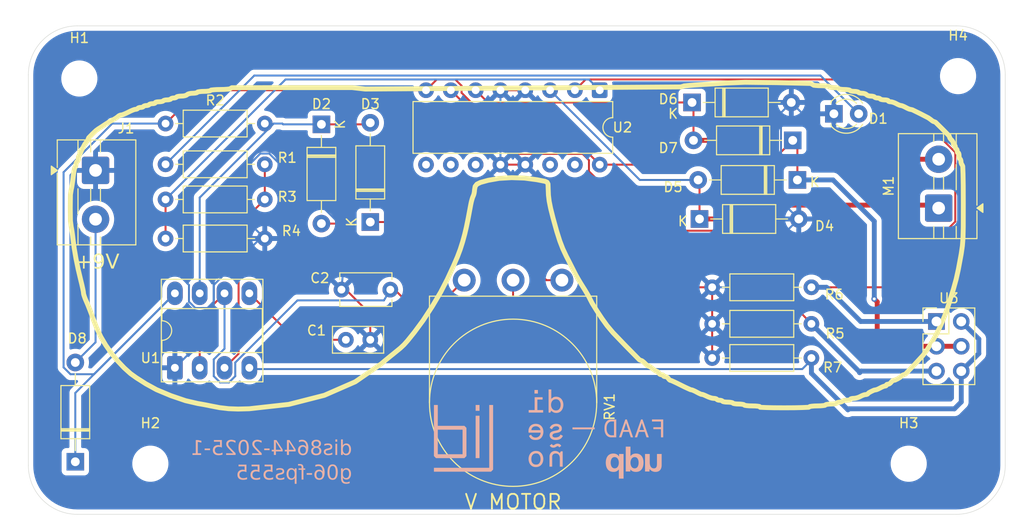
<source format=kicad_pcb>
(kicad_pcb (version 20241229) (generator "pcbnew") (generator_version "9.0")
  (layers (0 "F.Cu" signal) (2 "B.Cu" signal) (13 "F.Paste" user) (15 "B.Paste" user) (5 "F.SilkS" user "F.Silkscreen") (7 "B.SilkS" user "B.Silkscreen") (1 "F.Mask" user) (3 "B.Mask" user) (25 "Edge.Cuts" user))
  (net 0 "")
  (net 1 "Net-(U1-CV)")
  (net 2 "GND")
  (net 3 "Net-(U1-THR)")
  (net 4 "Net-(D1-A)")
  (net 5 "Net-(D2-A)")
  (net 6 "Net-(D2-K)")
  (net 7 "Net-(D3-K)")
  (net 8 "Net-(D4-K)")
  (net 9 "Net-(D6-K)")
  (net 10 "Net-(U1-Q)")
  (net 11 "Net-(U2-EN1,2)")
  (net 12 "Net-(U2-2A)")
  (net 13 "Net-(U2-1A)")
  (net 14 "Net-(U1-R)")
  (net 20 "+9V")
  (net 21 "VCC")
  (footprint "Capacitor_THT:C_Disc_D5.1mm_W3.2mm_P5.00mm" (layer "F.Cu") (at 89.5039 76.899 180)
    (property "Reference" "C2")
    (property "Value" "470p")
  )
  (footprint "Diode_THT:D_A-405_P10.16mm_Horizontal" (layer "F.Cu") (at 120.394639 57.737081)
    (property "Reference" "D6")
    (property "Value" "4007")
  )
  (footprint "Package_DIP:DIP-8_W7.62mm_Socket_LongPads" (layer "F.Cu") (at 67.4539 84.899 90)
    (property "Reference" "U1")
    (property "Value" "555")
  )
  (footprint "Diode_THT:D_A-405_P10.16mm_Horizontal" (layer "F.Cu") (at 130.701552 61.617072 180)
    (property "Reference" "D7")
    (property "Value" "4007" (hide yes))
  )
  (footprint "MountingHole:MountingHole_3.2mm_M3" (layer "F.Cu") (at 147.625922 55.041714)
    (property "Reference" "H4")
    (property "Value" "M3")
  )
  (footprint "Resistor_THT:R_Axial_DIN0207_L6.3mm_D2.5mm_P10.16mm_Horizontal" (layer "F.Cu") (at 122.4539 80.399)
    (property "Reference" "R5")
    (property "Value" "470k")
  )
  (footprint "LED_THT:LED_D3.0mm_Clear" (layer "F.Cu") (at 134.9139 58.899)
    (property "Reference" "D1")
    (property "Value" "LED")
  )
  (footprint "Capacitor_THT:C_Disc_D5.0mm_W2.5mm_P2.50mm" (layer "F.Cu") (at 84.9539 82.032326)
    (property "Reference" "C1")
    (property "Value" "100n")
  )
  (footprint "MountingHole:MountingHole_3.2mm_M3" (layer "F.Cu") (at 142.573758 94.719688)
    (property "Reference" "H3")
    (property "Value" "M3")
  )
  (footprint "TerminalBlock:TerminalBlock_MaiXu_MX126-5.0-02P_1x02_P5.00mm" (layer "F.Cu") (at 145.639567 68.551775 90)
    (property "Reference" "M1")
    (property "Value" "Motorreductor")
  )
  (footprint "Connector_PinHeader_2.54mm:PinHeader_2x03_P2.54mm_Vertical" (layer "F.Cu") (at 145.4139 80.159)
    (property "Reference" "U3")
    (property "Value" "mst303")
  )
  (footprint "Resistor_THT:R_Axial_DIN0207_L6.3mm_D2.5mm_P10.16mm_Horizontal" (layer "F.Cu") (at 66.497108 71.666498)
    (property "Reference" "R4")
    (property "Value" "100k")
  )
  (footprint "MountingHole:MountingHole_3.2mm_M3" (layer "F.Cu") (at 64.942934 94.718908)
    (property "Reference" "H2")
    (property "Value" "M3")
  )
  (footprint "Resistor_THT:R_Axial_DIN0207_L6.3mm_D2.5mm_P10.16mm_Horizontal" (layer "F.Cu") (at 66.497108 59.899)
    (property "Reference" "R2")
    (property "Value" "10k")
  )
  (footprint "Diode_THT:D_A-405_P10.16mm_Horizontal" (layer "F.Cu") (at 82.4539 59.979 -90)
    (property "Reference" "D2")
    (property "Value" "4007" (hide yes))
  )
  (footprint "Package_DIP:DIP-16_W7.62mm" (layer "F.Cu") (at 110.941579 56.48566 -90)
    (property "Reference" "U2")
    (property "Value" "L293D")
  )
  (footprint "Diode_THT:D_A-405_P10.16mm_Horizontal" (layer "F.Cu") (at 57.259245 94.519 90)
    (property "Reference" "D8")
    (property "Value" "4007")
  )
  (footprint "Diode_THT:D_A-405_P10.16mm_Horizontal" (layer "F.Cu") (at 121.158586 69.666418)
    (property "Reference" "D4")
    (property "Value" "4007" (hide yes))
  )
  (footprint "Resistor_THT:R_Axial_DIN0207_L6.3mm_D2.5mm_P10.16mm_Horizontal" (layer "F.Cu") (at 122.4539 76.659568)
    (property "Reference" "R6")
    (property "Value" "470k" (hide yes))
  )
  (footprint "Resistor_THT:R_Axial_DIN0207_L6.3mm_D2.5mm_P10.16mm_Horizontal" (layer "F.Cu") (at 76.657108 64.070328 180)
    (property "Reference" "R1")
    (property "Value" "1k")
  )
  (footprint "Resistor_THT:R_Axial_DIN0207_L6.3mm_D2.5mm_P10.16mm_Horizontal" (layer "F.Cu") (at 122.4539 83.899)
    (property "Reference" "R7")
    (property "Value" "100k")
  )
  (footprint "MountingHole:MountingHole_3.2mm_M3" (layer "F.Cu") (at 57.672751 55.288161)
    (property "Reference" "H1")
    (property "Value" "M3")
  )
  (footprint "Diode_THT:D_A-405_P10.16mm_Horizontal" (layer "F.Cu") (at 131.178053 65.670384 180)
    (property "Reference" "D5")
    (property "Value" "4007" (hide yes))
  )
  (footprint "TerminalBlock:TerminalBlock_MaiXu_MX126-5.0-02P_1x02_P5.00mm" (layer "F.Cu") (at 59.332944 64.693835 -90)
    (property "Reference" "J1")
    (property "Value" "Batería 9v")
  )
  (footprint "Resistor_THT:R_Axial_DIN0207_L6.3mm_D2.5mm_P10.16mm_Horizontal" (layer "F.Cu") (at 76.657108 67.666498 180)
    (property "Reference" "R3")
    (property "Value" "1k")
  )
  (footprint "Potentiometer_THT:Potentiometer_Omeg_PC16BU_Vertical" (layer "F.Cu") (at 97.074328 75.930214 -90)
    (property "Reference" "RV1")
    (property "Value" "500k")
  )
  (footprint "Diode_THT:D_A-405_P10.16mm_Horizontal" (layer "F.Cu") (at 87.4539 69.979 90)
    (property "Reference" "D3")
    (property "Value" "4007")
  )
  (gr_poly (pts (xy 129.022968 55.711672) (xy 132.540823 55.793954) (xy 132.80014 55.942805) (xy 132.849675 55.975191) (xy 133.059576 56.000378) (xy 133.316978 56.01837) (xy 133.612641 56.024365) (xy 133.909026 56.031325) (xy 134.168467 56.052793) (xy 134.37789 56.082899) (xy 134.434501 56.121041) (xy 134.482599 56.158586) (xy 134.601223 56.189289) (xy 134.751394 56.21064) (xy 134.917996 56.217716) (xy 135.084598 56.224795) (xy 135.234769 56.246144) (xy 135.353398 56.276849) (xy 135.401496 56.314392) (xy 135.452712 56.352173) (xy 135.596517 56.382759) (xy 135.777879 56.40411) (xy 135.981544 56.411067) (xy 136.185328 56.418146) (xy 136.366685 56.439492) (xy 136.510496 56.469961) (xy 136.561712 56.50774) (xy 136.608014 56.545286) (xy 136.714285 56.57611) (xy 136.848742 56.597461) (xy 136.996875 56.604538) (xy 137.145007 56.611617) (xy 137.279459 56.632844) (xy 137.385735 56.663671) (xy 137.432033 56.701213) (xy 137.475814 56.738515) (xy 137.568404 56.769461) (xy 137.685357 56.790813) (xy 137.812613 56.797889) (xy 137.944316 56.808566) (xy 138.074576 56.840469) (xy 138.185049 56.887247) (xy 138.253893 56.942904) (xy 138.322738 56.998555) (xy 138.433092 57.045335) (xy 138.563471 57.077239) (xy 138.695168 57.087913) (xy 138.82231 57.095109) (xy 138.939252 57.116341) (xy 139.031972 57.147284) (xy 139.075748 57.184589) (xy 139.114736 57.221771) (xy 139.18562 57.252959) (xy 139.273302 57.274188) (xy 139.365778 57.281384) (xy 139.458373 57.28846) (xy 139.546055 57.309689) (xy 139.616944 57.340877) (xy 139.655926 57.378059) (xy 139.702338 57.415483) (xy 139.810051 57.446307) (xy 139.946433 57.467658) (xy 140.096719 57.474735) (xy 140.242812 57.481694) (xy 140.365871 57.503162) (xy 140.453673 57.533987) (xy 140.477787 57.57141) (xy 140.495291 57.608471) (xy 140.547949 57.639658) (xy 140.625198 57.661009) (xy 140.71659 57.668086) (xy 140.832095 57.681398) (xy 140.986344 57.724938) (xy 141.150316 57.78743) (xy 141.299647 57.861434) (xy 141.441653 57.935563) (xy 141.583669 57.998052) (xy 141.708045 58.043032) (xy 141.783136 58.054907) (xy 141.858217 58.06678) (xy 141.982604 58.111641) (xy 142.12462 58.174252) (xy 142.266636 58.248256) (xy 142.406722 58.322263) (xy 142.543104 58.384874) (xy 142.660529 58.430572) (xy 142.724341 58.441607) (xy 142.950309 58.493425) (xy 143.780813 58.902435) (xy 144.580718 59.314803) (xy 144.860433 59.51391) (xy 144.943794 59.584557) (xy 145.030039 59.644408) (xy 145.107879 59.686989) (xy 145.159334 59.698626) (xy 145.31682 59.762676) (xy 146.012135 60.448759) (xy 146.698703 61.143714) (xy 146.762754 61.300962) (xy 146.775465 61.354216) (xy 146.819604 61.428822) (xy 146.882213 61.509184) (xy 146.956214 61.584151) (xy 147.030226 61.664277) (xy 147.09271 61.760109) (xy 147.135781 61.856663) (xy 147.149571 61.937507) (xy 147.156647 62.005755) (xy 147.177991 62.063567) (xy 147.209305 62.102311) (xy 147.246244 62.115987) (xy 147.283193 62.130617) (xy 147.314497 62.172718) (xy 147.335851 62.235329) (xy 147.342917 62.309335) (xy 147.350118 62.383342) (xy 147.371347 62.445953) (xy 147.402662 62.488051) (xy 147.4396 62.502687) (xy 147.476538 62.517322) (xy 147.507967 62.559539) (xy 147.529197 62.62215) (xy 147.536273 62.696157) (xy 147.543464 62.770161) (xy 147.564693 62.832656) (xy 147.596122 62.874873) (xy 147.63307 62.889508) (xy 147.670133 62.909417) (xy 147.701313 62.972988) (xy 147.722667 63.064865) (xy 147.729743 63.173895) (xy 147.73682 63.287123) (xy 147.758174 63.392193) (xy 147.789115 63.476034) (xy 147.826416 63.518015) (xy 147.863594 63.556157) (xy 147.89467 63.623806) (xy 147.915899 63.707166) (xy 147.9231 63.794488) (xy 147.931847 63.886126) (xy 147.957994 63.982441) (xy 147.996375 64.0688) (xy 148.041957 64.130091) (xy 148.105644 64.274027) (xy 148.135631 65.063021) (xy 148.156507 66.21173) (xy 148.162857 68.137916) (xy 148.15795 70.480671) (xy 148.131553 71.615943) (xy 148.06991 72.411656) (xy 147.950191 73.235555) (xy 147.657776 74.812584) (xy 147.435522 75.81592) (xy 147.151013 76.843365) (xy 146.620375 78.553653) (xy 146.278539 79.525083) (xy 145.850208 80.551682) (xy 145.395865 81.501525) (xy 144.977734 82.227906) (xy 144.808979 82.490942) (xy 144.636976 82.761298) (xy 144.484771 83.002633) (xy 144.386531 83.161194) (xy 144.044684 83.619381) (xy 143.185045 84.551351) (xy 142.24576 85.539336) (xy 142.074961 85.612139) (xy 142.019304 85.622339) (xy 141.953095 85.654245) (xy 141.887612 85.700423) (xy 141.833159 85.755234) (xy 141.689099 85.884177) (xy 141.437212 86.03398) (xy 141.176941 86.159202) (xy 141.016092 86.192307) (xy 140.964762 86.20551) (xy 140.898304 86.249162) (xy 140.829221 86.311651) (xy 140.76793 86.385658) (xy 140.701835 86.459665) (xy 140.618838 86.522279) (xy 140.532478 86.5651) (xy 140.456433 86.579134) (xy 140.390587 86.586205) (xy 140.33493 86.607434) (xy 140.297629 86.638863) (xy 140.28443 86.675807) (xy 140.273515 86.712631) (xy 140.242688 86.74406) (xy 140.196639 86.765289) (xy 140.1423 86.772485) (xy 140.066006 86.78436) (xy 139.940799 86.82934) (xy 139.798181 86.891829) (xy 139.655926 86.965836) (xy 139.514751 87.039843) (xy 139.37537 87.102451) (xy 139.25435 87.14767) (xy 139.184421 87.159301) (xy 139.023817 87.190606) (xy 138.755618 87.311512) (xy 138.497858 87.451489) (xy 138.395069 87.552125) (xy 138.360522 87.586906) (xy 138.301389 87.616047) (xy 138.229183 87.635963) (xy 138.15446 87.642682) (xy 138.060423 87.655392) (xy 137.922843 87.699537) (xy 137.770757 87.762026) (xy 137.625384 87.836033) (xy 137.469091 87.910154) (xy 137.283662 87.972648) (xy 137.098943 88.015589) (xy 136.945534 88.029498) (xy 136.81708 88.036455) (xy 136.708651 88.057928) (xy 136.632481 88.088869) (xy 136.610053 88.126176) (xy 136.586064 88.163597) (xy 136.498148 88.194424) (xy 136.375084 88.215897) (xy 136.22899 88.222849) (xy 136.078699 88.229931) (xy 135.942318 88.251279) (xy 135.834734 88.282106) (xy 135.788193 88.319527) (xy 135.74921 88.35671) (xy 135.678322 88.387889) (xy 135.59065 88.409119) (xy 135.498174 88.4162) (xy 135.405568 88.423396) (xy 135.317891 88.444625) (xy 135.247003 88.475815) (xy 135.208025 88.512998) (xy 135.15681 88.550777) (xy 135.012993 88.581241) (xy 134.831642 88.602594) (xy 134.627977 88.609666) (xy 134.424183 88.616628) (xy 134.242831 88.637976) (xy 134.099015 88.668565) (xy 134.047799 88.706349) (xy 133.991069 88.744486) (xy 133.781645 88.774592) (xy 133.522209 88.795946) (xy 133.225825 88.803017) (xy 132.929559 88.809979) (xy 132.670124 88.831447) (xy 132.460695 88.861558) (xy 132.403959 88.899695) (xy 132.329475 88.943601) (xy 131.69389 88.970703) (xy 130.895178 88.99037) (xy 129.835952 88.996368) (xy 128.759086 88.990614) (xy 127.978854 88.971305) (xy 127.370609 88.944794) (xy 127.327673 88.899695) (xy 127.294813 88.859753) (xy 127.111537 88.830254) (xy 126.866487 88.809621) (xy 126.559784 88.803017) (xy 126.261251 88.795946) (xy 126.000005 88.774592) (xy 125.789025 88.744486) (xy 125.732175 88.706349) (xy 125.680959 88.668565) (xy 125.537138 88.637976) (xy 125.355787 88.616628) (xy 125.152122 88.609666) (xy 124.948332 88.602594) (xy 124.766981 88.581241) (xy 124.623165 88.550777) (xy 124.571949 88.512998) (xy 124.52217 88.475214) (xy 124.39107 88.444625) (xy 124.225314 88.423282) (xy 124.040118 88.4162) (xy 123.854922 88.409243) (xy 123.689156 88.387889) (xy 123.558055 88.357187) (xy 123.508282 88.319527) (xy 123.469299 88.282345) (xy 123.39841 88.251279) (xy 123.310739 88.230045) (xy 123.218263 88.222849) (xy 123.125657 88.215653) (xy 123.037975 88.194424) (xy 122.967097 88.163364) (xy 122.928114 88.126176) (xy 122.887088 88.088869) (xy 122.807685 88.057928) (xy 122.708496 88.03658) (xy 122.60222 88.029498) (xy 122.470523 88.015107) (xy 122.288093 87.967009) (xy 122.090664 87.898164) (xy 121.9069 87.816718) (xy 121.736942 87.736833) (xy 121.581499 87.672544) (xy 121.450995 87.626007) (xy 121.401818 87.62457) (xy 121.352641 87.62193) (xy 121.220343 87.567715) (xy 121.062856 87.493709) (xy 120.890734 87.402192) (xy 120.714898 87.309115) (xy 120.546376 87.230548) (xy 120.402441 87.172494) (xy 120.329513 87.159301) (xy 120.245317 87.141906) (xy 119.961524 87.017166) (xy 119.626759 86.861002) (xy 119.253856 86.675807) (xy 118.882267 86.490492) (xy 118.551937 86.334328) (xy 118.27067 86.207658) (xy 118.197981 86.192307) (xy 118.148804 86.179) (xy 118.087394 86.135457) (xy 118.025024 86.072962) (xy 117.970924 85.998961) (xy 117.910479 85.924954) (xy 117.829032 85.862346) (xy 117.740157 85.819768) (xy 117.657632 85.805491) (xy 117.583864 85.798414) (xy 117.521618 85.77718) (xy 117.479637 85.745761) (xy 117.465007 85.708812) (xy 117.450128 85.671874) (xy 117.407311 85.640569) (xy 117.343738 85.619335) (xy 117.268652 85.612139) (xy 117.189494 85.601582) (xy 117.113925 85.570641) (xy 117.053356 85.52482) (xy 117.017968 85.47085) (xy 116.984625 85.412672) (xy 116.928973 85.354857) (xy 116.861203 85.306043) (xy 116.791035 85.274614) (xy 116.706113 85.237676) (xy 116.587609 85.165827) (xy 116.459746 85.076469) (xy 116.340759 84.980989) (xy 116.226821 84.889598) (xy 116.114428 84.812349) (xy 116.016194 84.755862) (xy 115.960179 84.742062) (xy 115.904527 84.725751) (xy 115.806054 84.656782) (xy 115.693423 84.562988) (xy 115.579599 84.451799) (xy 115.465525 84.340735) (xy 115.35278 84.246931) (xy 115.253829 84.178205) (xy 115.197695 84.161775) (xy 115.002066 84.08009) (xy 113.580962 82.635235) (xy 112.295877 81.298939) (xy 111.691959 80.581072) (xy 111.174996 79.860326) (xy 110.64592 79.064255) (xy 110.190249 78.330435) (xy 109.947487 77.863848) (xy 109.839894 77.646751) (xy 109.656503 77.321101) (xy 109.440839 76.958865) (xy 109.220863 76.609112) (xy 108.990568 76.241719) (xy 108.743604 75.825513) (xy 108.516666 75.424658) (xy 108.352103 75.110406) (xy 108.190539 74.787391) (xy 107.971761 74.355834) (xy 107.737026 73.896209) (xy 107.521127 73.477243) (xy 107.167052 72.725789) (xy 106.859275 71.928037) (xy 106.545142 70.938376) (xy 106.163239 69.561297) (xy 105.91807 68.586505) (xy 105.771619 67.860244) (xy 105.694374 67.23713) (xy 105.668585 66.600948) (xy 105.650593 66.085905) (xy 105.560758 65.911625) (xy 105.353493 65.812556) (xy 104.513521 65.64847) (xy 103.249307 65.481386) (xy 101.918525 65.436167) (xy 100.638239 65.511253) (xy 99.528632 65.706762) (xy 98.745277 65.922302) (xy 98.37129 66.103182) (xy 98.190173 66.33467) (xy 98.126599 66.680231) (xy 98.116529 66.843834) (xy 98.086299 67.024112) (xy 98.042164 67.193474) (xy 97.989501 67.321933) (xy 97.929653 67.462388) (xy 97.861524 67.67841) (xy 97.796996 67.923097) (xy 97.746257 68.163223) (xy 97.471942 69.624985) (xy 97.289029 70.519892) (xy 97.120269 71.230081) (xy 96.910965 71.996767) (xy 96.662082 72.781923) (xy 96.378169 73.535172) (xy 95.979355 74.45839) (xy 95.337176 75.846265) (xy 94.668003 77.146344) (xy 93.796727 78.620339) (xy 92.855284 80.061111) (xy 91.969733 81.261036) (xy 91.290369 82.106169) (xy 90.913261 82.532326) (xy 90.542396 82.880171) (xy 89.948547 83.365818) (xy 89.609466 83.637254) (xy 89.222885 83.952948) (xy 88.84962 84.262764) (xy 88.554076 84.513687) (xy 85.922253 86.331205) (xy 82.752483 87.717404) (xy 79.11001 88.645774) (xy 75.065483 89.094006) (xy 73.922055 89.123152) (xy 72.953383 89.087884) (xy 72.040367 88.981499) (xy 71.070135 88.794628) (xy 70.840561 88.746047) (xy 70.509154 88.682479) (xy 70.143565 88.61627) (xy 69.795725 88.557018) (xy 68.544227 88.266511) (xy 67.034125 87.75207) (xy 65.572122 87.138072) (xy 64.47529 86.536431) (xy 64.180839 86.34764) (xy 63.893811 86.164722) (xy 63.647397 86.008559) (xy 63.510757 85.923393) (xy 62.917069 85.498548) (xy 62.263383 84.910469) (xy 61.605621 84.216944) (xy 60.996998 83.468976) (xy 60.370924 82.576108) (xy 59.868992 81.723062) (xy 59.439615 80.814724) (xy 59.032968 79.753453) (xy 58.882665 79.336287) (xy 58.707882 78.878457) (xy 58.535894 78.449058) (xy 58.396915 78.126889) (xy 58.281708 77.856891) (xy 58.184396 77.594212) (xy 58.113401 77.368478) (xy 58.095998 77.245175) (xy 58.08248 77.106158) (xy 58.010442 76.754485) (xy 57.916285 76.335757) (xy 57.804749 75.880687) (xy 57.547983 74.79771) (xy 57.323328 73.696617) (xy 57.144323 72.650584) (xy 57.026189 71.736849) (xy 56.984377 71.373897) (xy 56.93376 71.003148) (xy 56.8821 70.67438) (xy 56.838896 70.461237) (xy 56.761052 69.862118) (xy 56.744944 68.524857) (xy 56.760668 67.17848) (xy 56.840755 66.659842) (xy 56.884859 66.472369) (xy 56.938594 66.152473) (xy 56.991453 65.782087) (xy 57.035569 65.406896) (xy 57.079421 65.049345) (xy 57.131621 64.732572) (xy 57.1855 64.472171) (xy 57.227204 64.396489) (xy 57.263775 64.345029) (xy 57.294481 64.267308) (xy 57.315436 64.178189) (xy 57.322464 64.090631) (xy 57.333463 64.00091) (xy 57.366352 63.905555) (xy 57.414677 63.818957) (xy 57.471903 63.756104) (xy 57.525386 63.699133) (xy 57.563073 63.631001) (xy 57.580033 63.562515) (xy 57.572428 63.504583) (xy 57.577574 63.332103) (xy 57.886047 62.674085) (xy 58.205843 62.050255) (xy 58.428604 61.73564) (xy 58.486345 61.664992) (xy 58.535151 61.590508) (xy 58.569634 61.522621) (xy 58.579458 61.475841) (xy 58.628516 61.353021) (xy 58.998555 60.973753) (xy 59.371559 60.619078) (xy 59.619148 60.437844) (xy 59.719505 60.376792) (xy 59.877869 60.275317) (xy 60.057042 60.158133) (xy 60.233575 60.040107) (xy 60.425871 59.914762) (xy 60.653453 59.77539) (xy 60.879632 59.643449) (xy 61.06647 59.542096) (xy 61.234068 59.4501) (xy 61.400167 59.347788) (xy 61.542901 59.250152) (xy 61.629357 59.176504) (xy 61.701587 59.117374) (xy 61.79055 59.067237) (xy 61.881888 59.032931) (xy 61.960775 59.02178) (xy 62.060964 59.005344) (xy 62.247527 58.936616) (xy 62.464807 58.842823) (xy 62.688874 58.731753) (xy 62.913051 58.620686) (xy 63.130582 58.526887) (xy 63.317467 58.458159) (xy 63.418184 58.441607) (xy 63.490654 58.434531) (xy 63.561349 58.413179) (xy 63.620087 58.381995) (xy 63.655806 58.344932) (xy 63.694788 58.307749) (xy 63.765663 58.276684) (xy 63.853331 58.255454) (xy 63.945881 58.248256) (xy 64.038417 58.24106) (xy 64.126096 58.219831) (xy 64.196971 58.188765) (xy 64.235953 58.151583) (xy 64.274948 58.114401) (xy 64.345811 58.083332) (xy 64.433491 58.061981) (xy 64.526027 58.054907) (xy 64.618564 58.047709) (xy 64.706244 58.02648) (xy 64.777131 57.995292) (xy 64.816112 57.958232) (xy 64.858094 57.920928) (xy 64.941815 57.889862) (xy 65.047005 57.868633) (xy 65.160233 57.861434) (xy 65.269143 57.85448) (xy 65.36102 57.833129) (xy 65.424591 57.801944) (xy 65.444622 57.764761) (xy 65.46873 57.727335) (xy 65.55653 57.696511) (xy 65.679593 57.67516) (xy 65.825685 57.668086) (xy 65.975975 57.661009) (xy 66.112352 57.639658) (xy 66.220062 57.608951) (xy 66.266481 57.57141) (xy 66.31062 57.533987) (xy 66.404777 57.503162) (xy 66.523641 57.481811) (xy 66.653301 57.474735) (xy 66.782841 57.467658) (xy 66.901826 57.446307) (xy 66.995983 57.415363) (xy 67.040002 57.378059) (xy 67.078985 57.340877) (xy 67.149872 57.309689) (xy 67.237551 57.28846) (xy 67.330148 57.281384) (xy 67.422625 57.274188) (xy 67.510305 57.252959) (xy 67.581192 57.221771) (xy 67.620173 57.184589) (xy 67.668751 57.147048) (xy 67.790614 57.116341) (xy 67.944744 57.094992) (xy 68.116263 57.087913) (xy 68.302177 57.077841) (xy 68.471779 57.047732) (xy 68.610075 57.001673) (xy 68.697634 56.942904) (xy 68.783875 56.884848) (xy 68.920611 56.838669) (xy 69.086495 56.808081) (xy 69.265212 56.797889) (xy 69.431335 56.790813) (xy 69.581145 56.769461) (xy 69.699289 56.738756) (xy 69.747387 56.701213) (xy 69.801244 56.663191) (xy 69.970844 56.632844) (xy 70.183507 56.611495) (xy 70.424234 56.604538) (xy 70.664964 56.597461) (xy 70.877624 56.57611) (xy 71.047345 56.545766) (xy 71.101081 56.50774) (xy 71.161055 56.468999) (xy 71.421453 56.439256) (xy 71.742424 56.418024) (xy 72.116411 56.411067) (xy 72.490277 56.404232) (xy 72.811249 56.383003) (xy 73.071648 56.353252) (xy 73.13162 56.314392) (xy 73.287069 56.227672) (xy 79.56688 56.219275) (xy 85.604881 56.2176) (xy 86.330185 56.299878) (xy 86.938064 56.366567) (xy 103.0057 56.258499) (xy 119.238624 56.147429) (xy 119.493381 56.074022) (xy 119.581779 56.044157) (xy 120.073797 55.998098) (xy 120.650727 55.952281) (xy 121.314261 55.911021) (xy 122.029487 55.869877) (xy 122.76379 55.824897) (xy 123.41785 55.78232) (xy 123.846767 55.751013) (xy 125.807857 55.674848)) (stroke (width 0.5)) (fill no) (layer "F.SilkS"))
  (gr_poly (pts (xy 115.581289 95.516546) (xy 116.038568 95.516546) (xy 116.038568 95.272627) (xy 116.045976 95.272627) (xy 116.074365 95.304524) (xy 116.10416 95.334883) (xy 116.135335 95.363631) (xy 116.167863 95.390697) (xy 116.201719 95.416009) (xy 116.236875 95.439496) (xy 116.273307 95.461086) (xy 116.310986 95.480708) (xy 116.349887 95.498289) (xy 116.389984 95.513759) (xy 116.43125 95.527045) (xy 116.47366 95.538076) (xy 116.517185 95.54678) (xy 116.561802 95.553086) (xy 116.607482 95.556923) (xy 116.6542 95.558217) (xy 116.694659 95.557345) (xy 116.733673 95.554753) (xy 116.771251 95.550476) (xy 116.807405 95.544551) (xy 116.842145 95.537012) (xy 116.875481 95.527895) (xy 116.907424 95.517236) (xy 116.937986 95.505071) (xy 116.967175 95.491436) (xy 116.995003 95.476365) (xy 117.021481 95.459894) (xy 117.046619 95.44206) (xy 117.070427 95.422898) (xy 117.092917 95.402444) (xy 117.114098 95.380732) (xy 117.133982 95.357799) (xy 117.152579 95.333681) (xy 117.169899 95.308412) (xy 117.185954 95.28203) (xy 117.200753 95.254568) (xy 117.214307 95.226064) (xy 117.226627 95.196552) (xy 117.237724 95.166069) (xy 117.247608 95.13465) (xy 117.263778 95.069145) (xy 117.275224 95.000323) (xy 117.282029 94.92847) (xy 117.284279 94.853871) (xy 117.284279 93.720766) (xy 116.801996 93.720766) (xy 116.801996 94.679775) (xy 116.801233 94.765057) (xy 116.799616 94.809012) (xy 116.796585 94.853115) (xy 116.791698 94.896823) (xy 116.788421 94.918358) (xy 116.784514 94.939589) (xy 116.779921 94.960449) (xy 116.774589 94.980869) (xy 116.768461 95.000782) (xy 116.761482 95.020118) (xy 116.753597 95.03881) (xy 116.74475 95.056791) (xy 116.734887 95.07399) (xy 116.723952 95.090342) (xy 116.71189 95.105777) (xy 116.698645 95.120227) (xy 116.684162 95.133624) (xy 116.668386 95.1459) (xy 116.651262 95.156987) (xy 116.632734 95.166817) (xy 116.612747 95.175322) (xy 116.591246 95.182433) (xy 116.568176 95.188082) (xy 116.54348 95.192202) (xy 116.517105 95.194724) (xy 116.488994 95.195579) (xy 116.457027 95.194522) (xy 116.426629 95.191413) (xy 116.397765 95.186343) (xy 116.370397 95.179404) (xy 116.34449 95.170689) (xy 116.320007 95.160288) (xy 116.296912 95.148294) (xy 116.275168 95.134799) (xy 116.25474 95.119895) (xy 116.23559 95.103673) (xy 116.217682 95.086225) (xy 116.20098 95.067643) (xy 116.185447 95.04802) (xy 116.171048 95.027446) (xy 116.157745 95.006015) (xy 116.145502 94.983817) (xy 116.124053 94.937489) (xy 116.106407 94.889199) (xy 116.092275 94.839681) (xy 116.081365 94.789669) (xy 116.073387 94.7399) (xy 116.068048 94.691108) (xy 116.065058 94.644027) (xy 116.064126 94.599394) (xy 116.064126 93.720765) (xy 115.581473 93.720765) (xy 115.581289 93.720765)) (fill yes) (layer "B.SilkS"))
  (gr_poly (pts (xy 99.632169 95.139856) (xy 93.969558 95.139856) (xy 93.969558 95.536731) (xy 99.813012 95.536731) (xy 100.029309 95.325725) (xy 100.029044 88.705453) (xy 99.632169 88.705453)) (fill yes) (layer "B.SilkS"))
  (gr_poly (pts (xy 104.281358 89.226685) (xy 103.670171 89.226685) (xy 103.670171 89.485977) (xy 105.151837 89.485977) (xy 105.151837 89.226685) (xy 104.55917 89.226685) (xy 104.55917 88.152477) (xy 105.096274 88.152477) (xy 105.096274 87.911706) (xy 104.281358 87.911706)) (fill yes) (layer "B.SilkS"))
  (gr_poly (pts (xy 98.241123 89.304999) (xy 98.637998 89.304999) (xy 98.637998 88.705453) (xy 98.241123 88.705453)) (fill yes) (layer "B.SilkS"))
  (gr_poly (pts (xy 115.038073 90.570556) (xy 115.038258 90.570557) (xy 114.530231 92.020367) (xy 114.772484 92.020367) (xy 114.956766 91.456408) (xy 115.544617 91.456408) (xy 115.7289 92.020367) (xy 115.971152 92.020367) (xy 115.708702 91.271386) (xy 115.484054 91.271386) (xy 115.017144 91.271386) (xy 115.246061 90.570557) (xy 115.254951 90.570557) (xy 115.484054 91.271386) (xy 115.708702 91.271386) (xy 115.463126 90.570556) (xy 115.328294 90.185694) (xy 115.172904 90.185694)) (fill yes) (layer "B.SilkS"))
  (gr_poly (pts (xy 106.462932 90.63279) (xy 106.40932 90.636326) (xy 106.355876 90.643288) (xy 106.302943 90.653666) (xy 106.250866 90.667449) (xy 106.199989 90.684625) (xy 106.150656 90.705182) (xy 106.103211 90.72911) (xy 106.057999 90.756397) (xy 106.015365 90.787032) (xy 105.975652 90.821004) (xy 105.939204 90.858301) (xy 105.906367 90.898911) (xy 105.877483 90.942825) (xy 105.870151 90.955614) (xy 105.863421 90.967907) (xy 105.851699 90.99082) (xy 105.842173 91.011203) (xy 105.8347 91.028692) (xy 105.829138 91.042926) (xy 105.825342 91.053542) (xy 105.822477 91.06247) (xy 106.050653 91.187856) (xy 106.072731 91.146198) (xy 106.095834 91.107628) (xy 106.107802 91.089503) (xy 106.120067 91.072151) (xy 106.13264 91.055575) (xy 106.145535 91.039773) (xy 106.158765 91.024749) (xy 106.172344 91.010501) (xy 106.186283 90.99703) (xy 106.200597 90.984338) (xy 106.215299 90.972425) (xy 106.230401 90.961292) (xy 106.245918 90.950939) (xy 106.261861 90.941367) (xy 106.278244 90.932577) (xy 106.29508 90.92457) (xy 106.312383 90.917346) (xy 106.330165 90.910907) (xy 106.348439 90.905252) (xy 106.367219 90.900382) (xy 106.386518 90.896298) (xy 106.406349 90.893002) (xy 106.426725 90.890493) (xy 106.447659 90.888772) (xy 106.469165 90.88784) (xy 106.491255 90.887698) (xy 106.513942 90.888347) (xy 106.53724 90.889786) (xy 106.561162 90.892018) (xy 106.58572 90.895042) (xy 106.605243 90.898418) (xy 106.623961 90.903013) (xy 106.641843 90.90876) (xy 106.658862 90.915588) (xy 106.674986 90.92343) (xy 106.690188 90.932217) (xy 106.704437 90.941879) (xy 106.717704 90.95235) (xy 106.72996 90.963559) (xy 106.741175 90.975438) (xy 106.751319 90.987918) (xy 106.760364 91.000931) (xy 106.76828 91.014408) (xy 106.775037 91.028281) (xy 106.780606 91.04248) (xy 106.784958 91.056937) (xy 106.788063 91.071584) (xy 106.789891 91.086351) (xy 106.790414 91.101171) (xy 106.789601 91.115974) (xy 106.787424 91.130691) (xy 106.783853 91.145254) (xy 106.778858 91.159595) (xy 106.772411 91.173645) (xy 106.764481 91.187334) (xy 106.755039 91.200594) (xy 106.744055 91.213358) (xy 106.731502 91.225555) (xy 106.717348 91.237117) (xy 106.701564 91.247977) (xy 106.684122 91.258064) (xy 106.664991 91.26731) (xy 106.611504 91.287674) (xy 106.552786 91.30489) (xy 106.489973 91.319917) (xy 106.424203 91.333718) (xy 106.288336 91.361488) (xy 106.220513 91.377379) (xy 106.154279 91.395891) (xy 106.090771 91.417983) (xy 106.031126 91.444618) (xy 106.003108 91.459939) (xy 105.976481 91.476757) (xy 105.951388 91.495191) (xy 105.927972 91.515362) (xy 105.906373 91.537389) (xy 105.886736 91.561394) (xy 105.8692 91.587496) (xy 105.853909 91.615815) (xy 105.841005 91.646471) (xy 105.830629 91.679585) (xy 105.822925 91.715277) (xy 105.818033 91.753668) (xy 105.815827 91.809651) (xy 105.819019 91.862432) (xy 105.827326 91.91204) (xy 105.840462 91.958502) (xy 105.858144 92.001848) (xy 105.880087 92.042105) (xy 105.906006 92.079303) (xy 105.935617 92.113469) (xy 105.968636 92.144633) (xy 106.004778 92.172822) (xy 106.043758 92.198066) (xy 106.085293 92.220392) (xy 106.129097 92.23983) (xy 106.174887 92.256407) (xy 106.222377 92.270152) (xy 106.271284 92.281094) (xy 106.321323 92.289261) (xy 106.372209 92.294682) (xy 106.423658 92.297385) (xy 106.475385 92.297398) (xy 106.527107 92.294751) (xy 106.578538 92.289471) (xy 106.629394 92.281587) (xy 106.679391 92.271128) (xy 106.728243 92.258121) (xy 106.775668 92.242596) (xy 106.82138 92.224581) (xy 106.865095 92.204105) (xy 106.906528 92.181196) (xy 106.945395 92.155882) (xy 106.981412 92.128192) (xy 107.014293 92.098154) (xy 107.034448 92.077169) (xy 107.053183 92.056089) (xy 107.070514 92.035114) (xy 107.086458 92.014443) (xy 107.101031 91.994277) (xy 107.11425 91.974815) (xy 107.126132 91.956258) (xy 107.136693 91.938806) (xy 107.153917 91.908014) (xy 107.166057 91.884039) (xy 107.17561 91.86294) (xy 106.921874 91.732923) (xy 106.921688 91.732924) (xy 106.918276 91.742708) (xy 106.914643 91.752341) (xy 106.910793 91.761834) (xy 106.906729 91.771196) (xy 106.902456 91.780438) (xy 106.897977 91.789569) (xy 106.893297 91.7986) (xy 106.88842 91.80754) (xy 106.883349 91.8164) (xy 106.87809 91.82519) (xy 106.867019 91.8426) (xy 106.855242 91.859848) (xy 106.842789 91.877017) (xy 106.831155 91.890931) (xy 106.81749 91.904449) (xy 106.801928 91.91753) (xy 106.784606 91.930134) (xy 106.765655 91.94222) (xy 106.745212 91.953749) (xy 106.700384 91.974969) (xy 106.651196 91.993472) (xy 106.598725 92.008935) (xy 106.544044 92.021033) (xy 106.48823 92.029443) (xy 106.432358 92.033843) (xy 106.377502 92.033909) (xy 106.350791 92.032215) (xy 106.324737 92.029316) (xy 106.299476 92.025172) (xy 106.27514 92.019743) (xy 106.251865 92.012987) (xy 106.229785 92.004865) (xy 106.209034 91.995336) (xy 106.189746 91.984359) (xy 106.172057 91.971895) (xy 106.156101 91.957902) (xy 106.142011 91.942341) (xy 106.129923 91.925171) (xy 106.122424 91.912015) (xy 106.116091 91.898917) (xy 106.110891 91.885892) (xy 106.106793 91.872956) (xy 106.103763 91.860124) (xy 106.101771 91.847414) (xy 106.100783 91.834841) (xy 106.10077 91.82242) (xy 106.101697 91.810169) (xy 106.103535 91.798102) (xy 106.106249 91.786235) (xy 106.109809 91.774585) (xy 106.114183 91.763168) (xy 106.119339 91.751999) (xy 106.125244 91.741094) (xy 106.131867 91.73047) (xy 106.139176 91.720142) (xy 106.147139 91.710126) (xy 106.155724 91.700439) (xy 106.164899 91.691095) (xy 106.174632 91.682112) (xy 106.184891 91.673504) (xy 106.195644 91.665289) (xy 106.206859 91.657481) (xy 106.218505 91.650097) (xy 106.230549 91.643152) (xy 106.242959 91.636664) (xy 106.255704 91.630646) (xy 106.268752 91.625117) (xy 106.28207 91.620091) (xy 106.295626 91.615584) (xy 106.309389 91.611613) (xy 106.364449 91.598041) (xy 106.421073 91.585866) (xy 106.533607 91.564408) (xy 106.636175 91.544652) (xy 106.680341 91.534603) (xy 106.700053 91.529395) (xy 106.717958 91.52401) (xy 106.743659 91.515226) (xy 106.770015 91.505253) (xy 106.796756 91.494076) (xy 106.823609 91.481678) (xy 106.850301 91.468043) (xy 106.87656 91.453155) (xy 106.902113 91.436996) (xy 106.926689 91.419552) (xy 106.950014 91.400806) (xy 106.971817 91.380741) (xy 106.991825 91.359341) (xy 107.001071 91.348136) (xy 107.009766 91.33659) (xy 107.017876 91.324703) (xy 107.025367 91.312472) (xy 107.032205 91.299895) (xy 107.038356 91.28697) (xy 107.043786 91.273695) (xy 107.048461 91.260068) (xy 107.052346 91.246087) (xy 107.055408 91.23175) (xy 107.064035 91.168028) (xy 107.066287 91.107948) (xy 107.06251 91.051498) (xy 107.053046 90.998667) (xy 107.038242 90.949443) (xy 107.01844 90.903816) (xy 106.993986 90.861774) (xy 106.965223 90.823305) (xy 106.932496 90.788399) (xy 106.896148 90.757045) (xy 106.856526 90.72923) (xy 106.813971 90.704943) (xy 106.76883 90.684174) (xy 106.721446 90.666911) (xy 106.672163 90.653143) (xy 106.621326 90.642858) (xy 106.569279 90.636045) (xy 106.516366 90.632693)) (fill yes) (layer "B.SilkS"))
  (gr_poly (pts (xy 106.35576 93.409499) (xy 106.321414 93.411777) (xy 106.287266 93.41598) (xy 106.253422 93.42211) (xy 106.219987 93.430166) (xy 106.187065 93.44015) (xy 106.154763 93.452062) (xy 106.123185 93.465904) (xy 106.092437 93.481676) (xy 106.062624 93.499378) (xy 106.033852 93.519013) (xy 106.006226 93.540579) (xy 105.97985 93.564079) (xy 105.954831 93.589513) (xy 105.931274 93.616882) (xy 105.909284 93.646186) (xy 105.888965 93.677427) (xy 105.879663 93.69324) (xy 105.870674 93.709427) (xy 105.862037 93.725987) (xy 105.853793 93.74292) (xy 105.845981 93.760227) (xy 105.83864 93.777907) (xy 105.83181 93.795961) (xy 105.825531 93.814387) (xy 105.819842 93.833188) (xy 105.814784 93.852361) (xy 105.810395 93.871908) (xy 105.806715 93.891828) (xy 105.803784 93.912121) (xy 105.801641 93.932788) (xy 105.800326 93.953828) (xy 105.799879 93.975242) (xy 105.799879 95.02389) (xy 105.799973 95.023798) (xy 105.800066 95.023706) (xy 106.077879 95.023706) (xy 106.077879 93.992466) (xy 106.078391 93.972416) (xy 106.079907 93.953035) (xy 106.082393 93.934321) (xy 106.085819 93.916271) (xy 106.090152 93.898883) (xy 106.09536 93.882155) (xy 106.101411 93.866085) (xy 106.108273 93.850672) (xy 106.115914 93.835912) (xy 106.124302 93.821803) (xy 106.133404 93.808345) (xy 106.14319 93.795534) (xy 106.153626 93.783368) (xy 106.16468 93.771846) (xy 106.176322 93.760965) (xy 106.188517 93.750723) (xy 106.201236 93.741118) (xy 106.214445 93.732148) (xy 106.228112 93.723811) (xy 106.242206 93.716104) (xy 106.256694 93.709026) (xy 106.271544 93.702575) (xy 106.286725 93.696748) (xy 106.302203 93.691543) (xy 106.317948 93.686959) (xy 106.333927 93.682992) (xy 106.366459 93.676905) (xy 106.399543 93.673266) (xy 106.432922 93.672056) (xy 106.459006 93.672643) (xy 106.484263 93.674393) (xy 106.508695 93.677288) (xy 106.5323 93.681309) (xy 106.555079 93.686439) (xy 106.577031 93.692659) (xy 106.598156 93.699952) (xy 106.618455 93.708299) (xy 106.637927 93.717682) (xy 106.656572 93.728084) (xy 106.674389 93.739486) (xy 106.691379 93.751871) (xy 106.707542 93.765219) (xy 106.722877 93.779514) (xy 106.737385 93.794737) (xy 106.751064 93.810869) (xy 106.763916 93.827894) (xy 106.775939 93.845793) (xy 106.787134 93.864548) (xy 106.797501 93.884141) (xy 106.807039 93.904554) (xy 106.815748 93.925768) (xy 106.823629 93.947766) (xy 106.83068 93.97053) (xy 106.836903 93.994042) (xy 106.842296 94.018284) (xy 106.84686 94.043237) (xy 106.850594 94.068883) (xy 106.853499 94.095205) (xy 106.855574 94.122185) (xy 106.857234 94.178045) (xy 106.857234 95.023706) (xy 107.151901 95.023706) (xy 107.151901 93.449435) (xy 106.968914 93.449435) (xy 106.95632 93.467351) (xy 106.925113 93.512614) (xy 106.905611 93.541524) (xy 106.885154 93.572497) (xy 106.864975 93.603944) (xy 106.846306 93.634273) (xy 106.823112 93.60585) (xy 106.798431 93.579341) (xy 106.772369 93.554745) (xy 106.74503 93.532063) (xy 106.716521 93.511297) (xy 106.686946 93.492447) (xy 106.656411 93.475514) (xy 106.625021 93.460498) (xy 106.592881 93.447401) (xy 106.560097 93.436223) (xy 106.526774 93.426964) (xy 106.493018 93.419627) (xy 106.458932 93.414211) (xy 106.424624 93.410717) (xy 106.390198 93.409146)) (fill yes) (layer "B.SilkS"))
  (gr_poly (pts (xy 105.70709 87.116977) (xy 105.707461 89.485977) (xy 105.707462 89.485977) (xy 105.887484 89.48857) (xy 105.976198 89.300768) (xy 106.027063 89.341909) (xy 106.051681 89.36124) (xy 106.075988 89.37969) (xy 106.100161 89.39722) (xy 106.124372 89.41379) (xy 106.148796 89.429359) (xy 106.173608 89.443888) (xy 106.198982 89.457336) (xy 106.225092 89.469662) (xy 106.252114 89.480828) (xy 106.280221 89.490792) (xy 106.309588 89.499515) (xy 106.340389 89.506956) (xy 106.372799 89.513075) (xy 106.406993 89.517832) (xy 106.504523 89.523501) (xy 106.595989 89.517918) (xy 106.681356 89.50184) (xy 106.76059 89.476022) (xy 106.833656 89.44122) (xy 106.900518 89.398192) (xy 106.961143 89.347692) (xy 107.015495 89.290478) (xy 107.06354 89.227304) (xy 107.105243 89.158928) (xy 107.140569 89.086105) (xy 107.169484 89.009592) (xy 107.191953 88.930144) (xy 107.207941 88.848518) (xy 107.217413 88.76547) (xy 107.220336 88.681756) (xy 107.220033 88.674857) (xy 106.942083 88.674857) (xy 106.941524 88.724494) (xy 106.937939 88.773901) (xy 106.931342 88.822745) (xy 106.921752 88.870693) (xy 106.909182 88.917413) (xy 106.89365 88.962573) (xy 106.87517 89.005841) (xy 106.85376 89.046882) (xy 106.829434 89.085366) (xy 106.802209 89.12096) (xy 106.772101 89.153331) (xy 106.739126 89.182147) (xy 106.703299 89.207075) (xy 106.664636 89.227782) (xy 106.623154 89.243937) (xy 106.578867 89.255207) (xy 106.506222 89.26513) (xy 106.438065 89.266681) (xy 106.374409 89.260405) (xy 106.31526 89.246846) (xy 106.260628 89.226548) (xy 106.210523 89.200057) (xy 106.164954 89.167916) (xy 106.123929 89.130669) (xy 106.087458 89.088862) (xy 106.05555 89.043038) (xy 106.028214 88.993743) (xy 106.005459 88.941519) (xy 105.987294 88.886912) (xy 105.973729 88.830467) (xy 105.964772 88.772727) (xy 105.960433 88.714237) (xy 105.960721 88.655541) (xy 105.965644 88.597185) (xy 105.975213 88.539711) (xy 105.989436 88.483665) (xy 106.008322 88.42959) (xy 106.03188 88.378033) (xy 106.06012 88.329535) (xy 106.093051 88.284643) (xy 106.130681 88.243901) (xy 106.17302 88.207853) (xy 106.220077 88.177042) (xy 106.271862 88.152015) (xy 106.328382 88.133315) (xy 106.389648 88.121486) (xy 106.455669 88.117073) (xy 106.526453 88.120621) (xy 106.57648 88.128729) (xy 106.623227 88.141925) (xy 106.666708 88.159879) (xy 106.70694 88.182256) (xy 106.743939 88.208726) (xy 106.777721 88.238955) (xy 106.808301 88.27261) (xy 106.835696 88.30936) (xy 106.859921 88.348872) (xy 106.880992 88.390813) (xy 106.898926 88.434851) (xy 106.913737 88.480653) (xy 106.925443 88.527887) (xy 106.934059 88.576221) (xy 106.9396 88.625322) (xy 106.942083 88.674857) (xy 107.220033 88.674857) (xy 107.216673 88.598132) (xy 107.20639 88.515354) (xy 107.189453 88.434178) (xy 107.165827 88.355361) (xy 107.135476 88.279658) (xy 107.098367 88.207826) (xy 107.054465 88.140621) (xy 107.003735 88.078798) (xy 106.946141 88.023115) (xy 106.881651 87.974327) (xy 106.810227 87.93319) (xy 106.731837 87.90046) (xy 106.646445 87.876894) (xy 106.554017 87.863248) (xy 106.454518 87.860277) (xy 106.347912 87.868738) (xy 106.321813 87.873115) (xy 106.296163 87.879281) (xy 106.270964 87.887102) (xy 106.246218 87.896443) (xy 106.221926 87.907172) (xy 106.198091 87.919154) (xy 106.174715 87.932254) (xy 106.151799 87.94634) (xy 106.129345 87.961276) (xy 106.107356 87.976929) (xy 106.085832 87.993164) (xy 106.064777 88.009849) (xy 106.024078 88.044028) (xy 105.985273 88.078393) (xy 105.985273 87.11531)) (fill yes) (layer "B.SilkS"))
  (gr_poly (pts (xy 106.601859 92.668257) (xy 106.581614 92.669647) (xy 106.561408 92.671844) (xy 106.541281 92.674847) (xy 106.521273 92.678655) (xy 106.501425 92.683267) (xy 106.481777 92.688681) (xy 106.46237 92.694896) (xy 106.448177 92.700237) (xy 106.434039 92.70642) (xy 106.405932 92.720836) (xy 106.378058 92.737188) (xy 106.350424 92.754516) (xy 106.323036 92.771864) (xy 106.295904 92.788274) (xy 106.269035 92.802788) (xy 106.255701 92.809035) (xy 106.242436 92.814448) (xy 106.22924 92.818909) (xy 106.216114 92.822298) (xy 106.20306 92.824494) (xy 106.190078 92.825378) (xy 106.177169 92.82483) (xy 106.164335 92.822732) (xy 106.151576 92.818962) (xy 106.138893 92.813401) (xy 106.126286 92.80593) (xy 106.113758 92.796428) (xy 106.101309 92.784777) (xy 106.08894 92.770856) (xy 106.076652 92.754545) (xy 106.064445 92.735726) (xy 106.052321 92.714278) (xy 106.040333 92.690186) (xy 105.819513 92.864547) (xy 105.831931 92.882396) (xy 105.84473 92.89948) (xy 105.857905 92.915796) (xy 105.871447 92.931342) (xy 105.88535 92.946118) (xy 105.899606 92.960122) (xy 105.914207 92.973351) (xy 105.929147 92.985803) (xy 105.944419 92.997478) (xy 105.960014 93.008374) (xy 105.975927 93.018488) (xy 105.992148 93.027819) (xy 106.008672 93.036366) (xy 106.02549 93.044126) (xy 106.042596 93.051098) (xy 106.059982 93.057279) (xy 106.077642 93.06267) (xy 106.095566 93.067266) (xy 106.113749 93.071068) (xy 106.132184 93.074073) (xy 106.150861 93.076279) (xy 106.169776 93.077685) (xy 106.188919 93.078289) (xy 106.208285 93.078089) (xy 106.227865 93.077084) (xy 106.247652 93.075271) (xy 106.26764 93.07265) (xy 106.28782 93.069218) (xy 106.308186 93.064973) (xy 106.328729 93.059914) (xy 106.349444 93.05404) (xy 106.370322 93.047347) (xy 106.384042 93.042275) (xy 106.397731 93.036468) (xy 106.425007 93.023065) (xy 106.45213 93.007966) (xy 106.47908 92.991996) (xy 106.53238 92.960758) (xy 106.55869 92.947143) (xy 106.571752 92.941199) (xy 106.584747 92.935968) (xy 106.597674 92.931553) (xy 106.61053 92.928059) (xy 106.623313 92.925588) (xy 106.63602 92.924244) (xy 106.648649 92.92413) (xy 106.661196 92.925349) (xy 106.673661 92.928006) (xy 106.686039 92.932203) (xy 106.698329 92.938044) (xy 106.710528 92.945632) (xy 106.722633 92.95507) (xy 106.734642 92.966463) (xy 106.746553 92.979913) (xy 106.758363 92.995524) (xy 106.77007 93.013399) (xy 106.78167 93.033641) (xy 106.808896 93.042717) (xy 107.002253 92.899736) (xy 106.994183 92.880519) (xy 106.985142 92.862141) (xy 106.975168 92.844601) (xy 106.964303 92.827899) (xy 106.952587 92.812033) (xy 106.940061 92.797001) (xy 106.926765 92.782803) (xy 106.91274 92.769437) (xy 106.898025 92.756901) (xy 106.882662 92.745195) (xy 106.866691 92.734317) (xy 106.850151 92.724265) (xy 106.833084 92.71504) (xy 106.815531 92.706638) (xy 106.79753 92.69906) (xy 106.779124 92.692303) (xy 106.760351 92.686367) (xy 106.741254 92.68125) (xy 106.721872 92.676951) (xy 106.702245 92.673468) (xy 106.682414 92.6708) (xy 106.662419 92.668947) (xy 106.642302 92.667906) (xy 106.622101 92.667676)) (fill yes) (layer "B.SilkS"))
  (gr_poly (pts (xy 98.241123 94.146873) (xy 98.637998 94.146873) (xy 98.637998 89.807708) (xy 98.241123 89.807708)) (fill yes) (layer "B.SilkS"))
  (gr_poly (pts (xy 104.262837 87.541289) (xy 104.614733 87.541289) (xy 104.614733 87.170873) (xy 104.262837 87.170873)) (fill yes) (layer "B.SilkS"))
  (gr_poly (pts (xy 93.971278 88.705586) (xy 93.969558 93.937984) (xy 93.969558 93.937985) (xy 93.969558 93.937986) (xy 93.969558 93.938118) (xy 94.178447 94.147006) (xy 97.091112 94.147006) (xy 97.3 93.938118) (xy 97.3 93.75) (xy 96.903125 93.75) (xy 94.368152 93.75) (xy 94.368152 91.238707) (xy 96.903125 91.238707) (xy 96.903125 93.75) (xy 97.3 93.75) (xy 97.3 91.05072) (xy 97.091112 90.841832) (xy 94.368152 90.841832) (xy 94.368152 88.705453) (xy 93.971277 88.705453)) (fill yes) (layer "B.SilkS"))
  (gr_poly (pts (xy 116.291562 90.402572) (xy 117.211492 90.402572) (xy 117.211492 90.982275) (xy 116.431394 90.982275) (xy 116.431394 91.182855) (xy 117.211492 91.182855) (xy 117.211492 92.020367) (xy 117.443002 92.020367) (xy 117.443002 90.185694) (xy 116.291562 90.185694)) (fill yes) (layer "B.SilkS"))
  (gr_poly (pts (xy 113.606411 95.516545) (xy 114.074618 95.516545) (xy 114.074618 95.51636) (xy 114.074618 95.314298) (xy 114.081657 95.314298) (xy 114.109299 95.345758) (xy 114.138168 95.374817) (xy 114.168225 95.401525) (xy 114.199434 95.425935) (xy 114.231758 95.448098) (xy 114.265159 95.468064) (xy 114.2996 95.485885) (xy 114.335044 95.501613) (xy 114.371455 95.515298) (xy 114.408793 95.526993) (xy 114.447023 95.536747) (xy 114.486108 95.544613) (xy 114.52601 95.550642) (xy 114.566691 95.554885) (xy 114.608116 95.557393) (xy 114.650246 95.558217) (xy 114.702536 95.556911) (xy 114.752744 95.553042) (xy 114.800897 95.546684) (xy 114.847024 95.537912) (xy 114.891152 95.5268) (xy 114.933309 95.513422) (xy 114.973522 95.497851) (xy 115.011819 95.480164) (xy 115.048228 95.460432) (xy 115.082776 95.438732) (xy 115.115492 95.415136) (xy 115.146402 95.38972) (xy 115.175534 95.362557) (xy 115.202917 95.333721) (xy 115.228578 95.303288) (xy 115.252544 95.27133) (xy 115.274843 95.237922) (xy 115.295502 95.203139) (xy 115.314551 95.167054) (xy 115.332015 95.129742) (xy 115.362303 95.051734) (xy 115.386588 94.969706) (xy 115.405091 94.884254) (xy 115.418033 94.795971) (xy 115.425636 94.70545) (xy 115.428116 94.613468) (xy 114.923984 94.613468) (xy 114.923799 94.613468) (xy 114.92275 94.660782) (xy 114.919457 94.709523) (xy 114.913705 94.759072) (xy 114.905278 94.808811) (xy 114.89396 94.858123) (xy 114.88715 94.882425) (xy 114.879536 94.906389) (xy 114.871091 94.929937) (xy 114.861788 94.952992) (xy 114.851601 94.975476) (xy 114.840502 94.997313) (xy 114.828464 95.018424) (xy 114.81546 95.038734) (xy 114.801464 95.058164) (xy 114.786448 95.076638) (xy 114.770386 95.094077) (xy 114.753249 95.110405) (xy 114.735012 95.125545) (xy 114.715648 95.13942) (xy 114.695129 95.151951) (xy 114.673428 95.163062) (xy 114.650518 95.172676) (xy 114.626373 95.180715) (xy 114.600965 95.187102) (xy 114.574268 95.191759) (xy 114.546254 95.194611) (xy 114.516896 95.195578) (xy 114.487487 95.194621) (xy 114.459323 95.1918) (xy 114.432383 95.18719) (xy 114.406648 95.180866) (xy 114.382096 95.172904) (xy 114.358707 95.163379) (xy 114.336461 95.152366) (xy 114.315338 95.13994) (xy 114.295316 95.126177) (xy 114.276377 95.111152) (xy 114.258498 95.094939) (xy 114.24166 95.077614) (xy 114.225843 95.059253) (xy 114.211025 95.03993) (xy 114.197187 95.019722) (xy 114.184309 94.998702) (xy 114.161347 94.95453) (xy 114.141976 94.908017) (xy 114.126034 94.859764) (xy 114.113356 94.810374) (xy 114.10378 94.760447) (xy 114.097143 94.710586) (xy 114.09328 94.661393) (xy 114.092028 94.613468) (xy 114.093442 94.56566) (xy 114.097757 94.516796) (xy 114.105083 94.467447) (xy 114.11553 94.418184) (xy 114.129207 94.369578) (xy 114.137291 94.345701) (xy 114.146225 94.322202) (xy 114.156021 94.299153) (xy 114.166693 94.276626) (xy 114.178255 94.254691) (xy 114.190722 94.233421) (xy 114.204105 94.212887) (xy 114.21842 94.19316) (xy 114.23368 94.174311) (xy 114.249899 94.156413) (xy 114.26709 94.139536) (xy 114.285268 94.123752) (xy 114.304445 94.109132) (xy 114.324636 94.095748) (xy 114.345854 94.083671) (xy 114.368114 94.072972) (xy 114.391428 94.063724) (xy 114.415812 94.055997) (xy 114.441277 94.049863) (xy 114.467839 94.045392) (xy 114.49551 94.042658) (xy 114.524305 94.041731) (xy 114.553006 94.042687) (xy 114.580405 94.045504) (xy 114.606527 94.050106) (xy 114.631397 94.056415) (xy 114.655042 94.064353) (xy 114.677487 94.073845) (xy 114.698758 94.084813) (xy 114.71888 94.09718) (xy 114.737879 94.110869) (xy 114.755781 94.125803) (xy 114.772612 94.141906) (xy 114.788397 94.159099) (xy 114.803161 94.177306) (xy 114.816931 94.19645) (xy 114.829732 94.216454) (xy 114.841589 94.237241) (xy 114.862578 94.280856) (xy 114.880101 94.326678) (xy 114.894366 94.374092) (xy 114.905576 94.422481) (xy 114.913937 94.471229) (xy 114.919656 94.519721) (xy 114.922936 94.567339) (xy 114.923984 94.613468) (xy 115.428116 94.613468) (xy 115.428121 94.613285) (xy 115.425634 94.521238) (xy 115.418025 94.431052) (xy 115.405075 94.343289) (xy 115.396528 94.300492) (xy 115.386562 94.258512) (xy 115.375151 94.217419) (xy 115.362266 94.177284) (xy 115.34788 94.138176) (xy 115.331966 94.100167) (xy 115.314496 94.063326) (xy 115.295443 94.027724) (xy 115.274778 93.993431) (xy 115.252474 93.960517) (xy 115.228504 93.929054) (xy 115.20284 93.89911) (xy 115.175455 93.870757) (xy 115.14632 93.844065) (xy 115.115409 93.819105) (xy 115.082694 93.795945) (xy 115.048147 93.774658) (xy 115.011741 93.755312) (xy 114.973448 93.737979) (xy 114.93324 93.722729) (xy 114.89109 93.709633) (xy 114.846971 93.698759) (xy 114.800855 93.69018) (xy 114.752713 93.683965) (xy 114.70252 93.680184) (xy 114.650246 93.678908) (xy 114.605865 93.67985) (xy 114.563103 93.682688) (xy 114.521892 93.687436) (xy 114.482161 93.69411) (xy 114.443842 93.702725) (xy 114.406866 93.713297) (xy 114.371164 93.725842) (xy 114.336665 93.740374) (xy 114.303302 93.75691) (xy 114.271005 93.775464) (xy 114.239705 93.796053) (xy 114.209332 93.818691) (xy 114.179817 93.843395) (xy 114.151092 93.870179) (xy 114.123087 93.899059) (xy 114.095732 93.930051) (xy 114.08888 93.930051) (xy 114.090361 92.972524) (xy 113.608078 92.972524)) (fill yes) (layer "B.SilkS"))
  (gr_poly (pts (xy 112.097891 90.185879) (xy 112.06239 90.186827) (xy 112.027482 90.189658) (xy 111.993201 90.194353) (xy 111.959584 90.200894) (xy 111.926664 90.209259) (xy 111.894478 90.219432) (xy 111.863059 90.231392) (xy 111.832444 90.24512) (xy 111.802666 90.260597) (xy 111.773762 90.277804) (xy 111.745766 90.296722) (xy 111.718712 90.317331) (xy 111.692637 90.339613) (xy 111.667576 90.363548) (xy 111.643562 90.389117) (xy 111.620632 90.416301) (xy 111.59882 90.445081) (xy 111.578162 90.475438) (xy 111.558691 90.507352) (xy 111.540445 90.540804) (xy 111.523456 90.575776) (xy 111.507761 90.612248) (xy 111.493395 90.6502) (xy 111.480392 90.689614) (xy 111.468788 90.730471) (xy 111.458617 90.772751) (xy 111.442716 90.861504) (xy 111.43297 90.95572) (xy 111.429659 91.055247) (xy 111.429659 91.151) (xy 111.430493 91.201401) (xy 111.43297 91.250496) (xy 111.437056 91.298266) (xy 111.442716 91.34469) (xy 111.449915 91.389751) (xy 111.458617 91.433428) (xy 111.468787 91.475702) (xy 111.480392 91.516555) (xy 111.493395 91.555966) (xy 111.507761 91.593917) (xy 111.523456 91.630389) (xy 111.540444 91.665361) (xy 111.558691 91.698815) (xy 111.578161 91.730732) (xy 111.59882 91.761092) (xy 111.620632 91.789876) (xy 111.643562 91.817065) (xy 111.667575 91.842639) (xy 111.692637 91.86658) (xy 111.718712 91.888867) (xy 111.745765 91.909482) (xy 111.773761 91.928406) (xy 111.802666 91.945618) (xy 111.832443 91.961101) (xy 111.863059 91.974834) (xy 111.894477 91.986799) (xy 111.926664 91.996976) (xy 111.959583 92.005345) (xy 111.993201 92.011889) (xy 112.027481 92.016586) (xy 112.062389 92.019419) (xy 112.09789 92.020367) (xy 112.635736 92.020367) (xy 112.635736 91.81071) (xy 112.404039 91.81071) (xy 112.162343 91.81071) (xy 112.135023 91.80998) (xy 112.10816 91.8078) (xy 112.081779 91.804184) (xy 112.055907 91.799148) (xy 112.030572 91.792706) (xy 112.005801 91.784873) (xy 111.981621 91.775664) (xy 111.958058 91.765094) (xy 111.93514 91.753177) (xy 111.912893 91.739929) (xy 111.891345 91.725364) (xy 111.870522 91.709497) (xy 111.850452 91.692342) (xy 111.831162 91.673916) (xy 111.812678 91.654231) (xy 111.795028 91.633304) (xy 111.778239 91.611149) (xy 111.762337 91.587781) (xy 111.747349 91.563215) (xy 111.733303 91.537465) (xy 111.720226 91.510547) (xy 111.708144 91.482474) (xy 111.697085 91.453263) (xy 111.687075 91.422928) (xy 111.678142 91.391483) (xy 111.670312 91.358944) (xy 111.658071 91.290641) (xy 111.650568 91.218138) (xy 111.648019 91.141553) (xy 111.648019 91.068025) (xy 111.648661 91.02923) (xy 111.650568 90.99144) (xy 111.653714 90.954671) (xy 111.658071 90.918937) (xy 111.663613 90.884253) (xy 111.670312 90.850634) (xy 111.678142 90.818095) (xy 111.687075 90.78665) (xy 111.697085 90.756315) (xy 111.708144 90.727104) (xy 111.720226 90.699032) (xy 111.733303 90.672113) (xy 111.747349 90.646363) (xy 111.762337 90.621797) (xy 111.778239 90.598429) (xy 111.795028 90.576274) (xy 111.812678 90.555347) (xy 111.831162 90.535663) (xy 111.850452 90.517236) (xy 111.870522 90.500081) (xy 111.891345 90.484214) (xy 111.912893 90.469649) (xy 111.93514 90.456401) (xy 111.958058 90.444484) (xy 111.981621 90.433914) (xy 112.005801 90.424705) (xy 112.030572 90.416872) (xy 112.055907 90.41043) (xy 112.081779 90.405394) (xy 112.10816 90.401778) (xy 112.135023 90.399598) (xy 112.162343 90.398868) (xy 112.404039 90.398868) (xy 112.404039 91.81071) (xy 112.635736 91.81071) (xy 112.635736 90.185694) (xy 112.09789 90.185694)) (fill yes) (layer "B.SilkS"))
  (gr_poly (pts (xy 104.347811 93.41241) (xy 104.25881 93.424214) (xy 104.176077 93.444781) (xy 104.099583 93.473493) (xy 104.029302 93.509727) (xy 103.965205 93.552863) (xy 103.907265 93.60228) (xy 103.855456 93.657359) (xy 103.809748 93.717477) (xy 103.770115 93.782015) (xy 103.73653 93.850351) (xy 103.708965 93.921865) (xy 103.687392 93.995936) (xy 103.671784 94.071944) (xy 103.662113 94.149267) (xy 103.658353 94.227286) (xy 103.660475 94.305379) (xy 103.668452 94.382925) (xy 103.682257 94.459305) (xy 103.701862 94.533897) (xy 103.727239 94.60608) (xy 103.758362 94.675234) (xy 103.795203 94.740739) (xy 103.837733 94.801973) (xy 103.885927 94.858315) (xy 103.939756 94.909146) (xy 103.999193 94.953844) (xy 104.06421 94.991788) (xy 104.13478 95.022359) (xy 104.210876 95.044934) (xy 104.29247 95.058895) (xy 104.393808 95.065473) (xy 104.488727 95.062209) (xy 104.577264 95.049715) (xy 104.65946 95.0286) (xy 104.735353 94.999476) (xy 104.804982 94.962953) (xy 104.868386 94.919643) (xy 104.925604 94.870156) (xy 104.976676 94.815102) (xy 105.021641 94.755094) (xy 105.060537 94.690741) (xy 105.093403 94.622655) (xy 105.120279 94.551446) (xy 105.141204 94.477725) (xy 105.156217 94.402104) (xy 105.165357 94.325192) (xy 105.168662 94.247601) (xy 105.168661 94.247567) (xy 104.885786 94.247567) (xy 104.884199 94.296469) (xy 104.879887 94.34497) (xy 104.872842 94.392744) (xy 104.863058 94.439467) (xy 104.85053 94.484812) (xy 104.83525 94.528456) (xy 104.817213 94.570074) (xy 104.796411 94.609339) (xy 104.772839 94.645927) (xy 104.746489 94.679514) (xy 104.717357 94.709773) (xy 104.685435 94.736381) (xy 104.650717 94.759011) (xy 104.613196 94.777339) (xy 104.572867 94.79104) (xy 104.529723 94.799788) (xy 104.483216 94.804921) (xy 104.438765 94.807255) (xy 104.396352 94.806877) (xy 104.355959 94.803879) (xy 104.317568 94.798349) (xy 104.28116 94.790378) (xy 104.246719 94.780055) (xy 104.214226 94.76747) (xy 104.183663 94.752712) (xy 104.155012 94.735871) (xy 104.128255 94.717037) (xy 104.103374 94.696299) (xy 104.080351 94.673747) (xy 104.059168 94.649471) (xy 104.039808 94.623561) (xy 104.022252 94.596105) (xy 104.006482 94.567195) (xy 103.99248 94.536919) (xy 103.980229 94.505366) (xy 103.96971 94.472628) (xy 103.960905 94.438793) (xy 103.953797 94.403951) (xy 103.948367 94.368192) (xy 103.944598 94.331605) (xy 103.942471 94.29428) (xy 103.941968 94.256307) (xy 103.943072 94.217775) (xy 103.945765 94.178775) (xy 103.950028 94.139395) (xy 103.955843 94.099725) (xy 103.963194 94.059856) (xy 103.972061 94.019876) (xy 103.978758 93.994467) (xy 103.986403 93.969953) (xy 103.994974 93.946337) (xy 104.004448 93.923626) (xy 104.014803 93.901824) (xy 104.026016 93.880937) (xy 104.038065 93.86097) (xy 104.050928 93.841928) (xy 104.064582 93.823817) (xy 104.079006 93.80664) (xy 104.094176 93.790405) (xy 104.11007 93.775115) (xy 104.126666 93.760777) (xy 104.143942 93.747394) (xy 104.161875 93.734974) (xy 104.180444 93.723519) (xy 104.199624 93.713037) (xy 104.219395 93.703531) (xy 104.239734 93.695008) (xy 104.260619 93.687472) (xy 104.282026 93.680929) (xy 104.303935 93.675383) (xy 104.326322 93.67084) (xy 104.349165 93.667306) (xy 104.372442 93.664784) (xy 104.39613 93.663282) (xy 104.420208 93.662803) (xy 104.444652 93.663352) (xy 104.469441 93.664936) (xy 104.494552 93.667559) (xy 104.519962 93.671227) (xy 104.54565 93.675944) (xy 104.54565 93.675759) (xy 104.586811 93.686879) (xy 104.625348 93.702799) (xy 104.661255 93.723192) (xy 104.694525 93.747735) (xy 104.725152 93.776102) (xy 104.753129 93.807968) (xy 104.778451 93.843009) (xy 104.801111 93.880898) (xy 104.821102 93.921311) (xy 104.838418 93.963922) (xy 104.853053 94.008408) (xy 104.865001 94.054442) (xy 104.874254 94.101701) (xy 104.880807 94.149857) (xy 104.884653 94.198588) (xy 104.885786 94.247567) (xy 105.168661 94.247567) (xy 105.166173 94.169941) (xy 105.157927 94.092823) (xy 105.143965 94.016859) (xy 105.124325 93.942659) (xy 105.099046 93.870833) (xy 105.068168 93.801994) (xy 105.031729 93.73675) (xy 104.989768 93.675715) (xy 104.942325 93.619497) (xy 104.889439 93.568708) (xy 104.831148 93.523959) (xy 104.767492 93.485861) (xy 104.69851 93.455024) (xy 104.624241 93.43206) (xy 104.544723 93.417579) (xy 104.443106 93.409992)) (fill yes) (layer "B.SilkS"))
  (gr_poly (pts (xy 112.2875 93.680193) (xy 112.237311 93.683999) (xy 112.189177 93.690255) (xy 112.143071 93.698888) (xy 112.098964 93.709826) (xy 112.056829 93.722998) (xy 112.016639 93.738331) (xy 111.978364 93.755752) (xy 111.941978 93.775191) (xy 111.907453 93.796574) (xy 111.874761 93.819829) (xy 111.843874 93.844886) (xy 111.814764 93.871671) (xy 111.787404 93.900112) (xy 111.761766 93.930137) (xy 111.737822 93.961675) (xy 111.715544 93.994653) (xy 111.694905 94.028998) (xy 111.675877 94.06464) (xy 111.658432 94.101505) (xy 111.628179 94.178619) (xy 111.603925 94.259762) (xy 111.585448 94.344358) (xy 111.572525 94.431831) (xy 111.564934 94.521604) (xy 111.562453 94.613099) (xy 111.564936 94.704716) (xy 111.572546 94.794836) (xy 111.58552 94.882847) (xy 111.604096 94.968143) (xy 111.615559 95.009582) (xy 111.628512 95.050113) (xy 111.642985 95.089661) (xy 111.659008 95.12815) (xy 111.67661 95.165502) (xy 111.69582 95.201643) (xy 111.71667 95.236497) (xy 111.739188 95.269986) (xy 111.763404 95.302035) (xy 111.789349 95.332568) (xy 111.817051 95.361509) (xy 111.846541 95.388781) (xy 111.877849 95.414309) (xy 111.911004 95.438016) (xy 111.946036 95.459827) (xy 111.982974 95.479665) (xy 112.021849 95.497454) (xy 112.062691 95.513118) (xy 112.105528 95.526581) (xy 112.150392 95.537767) (xy 112.197311 95.546599) (xy 112.246315 95.553002) (xy 112.297435 95.5569) (xy 112.350699 95.558216) (xy 112.388766 95.557619) (xy 112.426047 95.555727) (xy 112.462594 95.552394) (xy 112.498458 95.547471) (xy 112.533692 95.540811) (xy 112.568347 95.532266) (xy 112.602475 95.521687) (xy 112.636128 95.508928) (xy 112.669358 95.493839) (xy 112.702217 95.476274) (xy 112.734756 95.456085) (xy 112.767027 95.433122) (xy 112.799083 95.40724) (xy 112.830974 95.37829) (xy 112.862753 95.346123) (xy 112.894471 95.310593) (xy 112.901694 95.310593) (xy 112.901694 96.248303) (xy 113.383977 96.248303) (xy 113.383977 94.613099) (xy 112.89799 94.613099) (xy 112.896698 94.661666) (xy 112.892724 94.711341) (xy 112.885921 94.761539) (xy 112.876142 94.811674) (xy 112.863239 94.861162) (xy 112.855571 94.885479) (xy 112.847066 94.909416) (xy 112.837707 94.932897) (xy 112.827476 94.955852) (xy 112.816353 94.978205) (xy 112.804321 94.999884) (xy 112.791361 95.020816) (xy 112.777455 95.040928) (xy 112.762585 95.060146) (xy 112.746731 95.078397) (xy 112.729876 95.095609) (xy 112.712001 95.111708) (xy 112.693088 95.126621) (xy 112.673119 95.140275) (xy 112.652074 95.152596) (xy 112.629937 95.163512) (xy 112.606687 95.172949) (xy 112.582308 95.180834) (xy 112.55678 95.187095) (xy 112.530086 95.191657) (xy 112.502206 95.194448) (xy 112.473123 95.195394) (xy 112.444091 95.194406) (xy 112.416361 95.191496) (xy 112.389909 95.186745) (xy 112.364709 95.180234) (xy 112.340737 95.172045) (xy 112.317966 95.162258) (xy 112.296374 95.150955) (xy 112.275933 95.138217) (xy 112.256621 95.124125) (xy 112.238411 95.108761) (xy 112.221278 95.092205) (xy 112.205198 95.074539) (xy 112.190146 95.055844) (xy 112.176097 95.036201) (xy 112.163025 95.015692) (xy 112.150906 94.994397) (xy 112.129427 94.949775) (xy 112.11146 94.902986) (xy 112.096804 94.854678) (xy 112.085261 94.805501) (xy 112.076631 94.756106) (xy 112.070714 94.70714) (xy 112.06731 94.659255) (xy 112.06622 94.613099) (xy 112.067268 94.567061) (xy 112.070548 94.519511) (xy 112.076266 94.471066) (xy 112.084628 94.422346) (xy 112.095838 94.373969) (xy 112.102575 94.350102) (xy 112.110102 94.326553) (xy 112.118444 94.303399) (xy 112.127626 94.280717) (xy 112.137674 94.258585) (xy 112.148614 94.23708) (xy 112.160472 94.216279) (xy 112.173273 94.19626) (xy 112.187043 94.1771) (xy 112.201807 94.158876) (xy 112.217591 94.141665) (xy 112.234422 94.125546) (xy 112.252324 94.110595) (xy 112.271323 94.096889) (xy 112.291445 94.084506) (xy 112.312716 94.073523) (xy 112.335161 94.064018) (xy 112.358806 94.056068) (xy 112.383677 94.04975) (xy 112.409799 94.045141) (xy 112.437197 94.042319) (xy 112.465808 94.041364) (xy 112.494199 94.042277) (xy 112.521601 94.04498) (xy 112.547929 94.0494) (xy 112.573197 94.055468) (xy 112.597416 94.063114) (xy 112.620598 94.072269) (xy 112.642755 94.082865) (xy 112.663899 94.094831) (xy 112.68404 94.108099) (xy 112.703192 94.122599) (xy 112.721366 94.138261) (xy 112.738574 94.155018) (xy 112.754827 94.172798) (xy 112.770138 94.191534) (xy 112.784517 94.211155) (xy 112.797978 94.231593) (xy 112.822189 94.274641) (xy 112.842866 94.320123) (xy 112.860103 94.367485) (xy 112.873994 94.416173) (xy 112.884634 94.465633) (xy 112.892117 94.51531) (xy 112.896538 94.56465) (xy 112.89799 94.613099) (xy 113.383977 94.613099) (xy 113.383977 93.720765) (xy 112.923179 93.720765) (xy 112.923179 93.975056) (xy 112.91577 93.975056) (xy 112.894668 93.943101) (xy 112.871756 93.912453) (xy 112.846997 93.883215) (xy 112.820353 93.855493) (xy 112.791786 93.829389) (xy 112.761259 93.805009) (xy 112.728732 93.782456) (xy 112.694168 93.761835) (xy 112.65753 93.74325) (xy 112.618778 93.726805) (xy 112.577876 93.712604) (xy 112.534785 93.700751) (xy 112.489467 93.691351) (xy 112.441884 93.684508) (xy 112.391999 93.680325) (xy 112.339772 93.678908)) (fill yes) (layer "B.SilkS"))
  (gr_poly (pts (xy 104.3296 90.637628) (xy 104.260217 90.644954) (xy 104.192464 90.65773) (xy 104.126768 90.676011) (xy 104.063554 90.699855) (xy 104.033012 90.71388) (xy 104.003249 90.729318) (xy 103.97432 90.746174) (xy 103.946278 90.764457) (xy 103.919176 90.784172) (xy 103.893067 90.805328) (xy 103.868005 90.827931) (xy 103.844042 90.851989) (xy 103.821233 90.877508) (xy 103.79963 90.904496) (xy 103.779286 90.932959) (xy 103.760255 90.962905) (xy 103.74259 90.994341) (xy 103.726345 91.027274) (xy 103.711571 91.061711) (xy 103.698324 91.097659) (xy 103.685226 91.133107) (xy 103.674543 91.169812) (xy 103.666057 91.207283) (xy 103.659552 91.245033) (xy 103.654811 91.282572) (xy 103.651619 91.319412) (xy 103.649758 91.355064) (xy 103.649012 91.389038) (xy 103.65 91.45) (xy 103.65285 91.498386) (xy 103.657208 91.541789) (xy 104.892545 91.541789) (xy 104.889341 91.591634) (xy 104.882101 91.639145) (xy 104.871054 91.684276) (xy 104.856428 91.726981) (xy 104.83845 91.767211) (xy 104.817349 91.80492) (xy 104.793351 91.840061) (xy 104.766684 91.872588) (xy 104.737578 91.902454) (xy 104.706258 91.929611) (xy 104.672953 91.954013) (xy 104.637891 91.975613) (xy 104.601299 91.994364) (xy 104.563406 92.010219) (xy 104.524438 92.023131) (xy 104.484624 92.033054) (xy 104.444192 92.039941) (xy 104.403368 92.043744) (xy 104.362382 92.044417) (xy 104.32146 92.041913) (xy 104.280831 92.036185) (xy 104.240722 92.027187) (xy 104.201361 92.014871) (xy 104.162976 91.99919) (xy 104.125794 91.980098) (xy 104.090043 91.957548) (xy 104.055952 91.931493) (xy 104.023747 91.901886) (xy 103.993657 91.86868) (xy 103.965909 91.831828) (xy 103.940731 91.791284) (xy 103.91835 91.747) (xy 103.706472 91.855532) (xy 103.710176 91.880906) (xy 103.724606 91.91566) (xy 103.739994 91.948554) (xy 103.756318 91.979629) (xy 103.773554 92.00893) (xy 103.791678 92.036499) (xy 103.810667 92.062378) (xy 103.830497 92.08661) (xy 103.851146 92.109238) (xy 103.872589 92.130306) (xy 103.894803 92.149855) (xy 103.917766 92.167929) (xy 103.941452 92.18457) (xy 103.965839 92.199821) (xy 103.990904 92.213725) (xy 104.016623 92.226325) (xy 104.042973 92.237663) (xy 104.069929 92.247783) (xy 104.09747 92.256726) (xy 104.12557 92.264537) (xy 104.154208 92.271257) (xy 104.183359 92.27693) (xy 104.213 92.281598) (xy 104.243108 92.285305) (xy 104.273658 92.288092) (xy 104.335995 92.29108) (xy 104.399824 92.290905) (xy 104.464956 92.28791) (xy 104.531205 92.282437) (xy 104.604276 92.271322) (xy 104.673103 92.253172) (xy 104.737656 92.228437) (xy 104.797905 92.197564) (xy 104.853819 92.161003) (xy 104.905368 92.1192) (xy 104.952523 92.072605) (xy 104.995253 92.021667) (xy 105.033528 91.966832) (xy 105.067318 91.908551) (xy 105.096592 91.84727) (xy 105.121321 91.783439) (xy 105.141474 91.717506) (xy 105.157022 91.649919) (xy 105.167933 91.581126) (xy 105.174179 91.511577) (xy 105.175728 91.441718) (xy 105.172551 91.372) (xy 105.164617 91.302869) (xy 105.160812 91.282497) (xy 104.874024 91.282497) (xy 103.947983 91.282497) (xy 103.95285 91.233234) (xy 103.962184 91.187322) (xy 103.975695 91.144742) (xy 103.993092 91.105478) (xy 104.014082 91.069512) (xy 104.038374 91.036828) (xy 104.065677 91.007408) (xy 104.095698 90.981236) (xy 104.128148 90.958293) (xy 104.162734 90.938563) (xy 104.199164 90.922028) (xy 104.237147 90.908671) (xy 104.276392 90.898476) (xy 104.316607 90.891424) (xy 104.3575 90.887499) (xy 104.39878 90.886684) (xy 104.440156 90.888961) (xy 104.481336 90.894313) (xy 104.522028 90.902723) (xy 104.561942 90.914173) (xy 104.600784 90.928647) (xy 104.638265 90.946128) (xy 104.674092 90.966597) (xy 104.707974 90.990039) (xy 104.739619 91.016435) (xy 104.768736 91.045769) (xy 104.795034 91.078023) (xy 104.81822 91.11318) (xy 104.838004 91.151224) (xy 104.854094 91.192136) (xy 104.866197 91.235899) (xy 104.874024 91.282497) (xy 105.160812 91.282497) (xy 105.151897 91.234775) (xy 105.13436 91.168165) (xy 105.111976 91.103488) (xy 105.084715 91.041193) (xy 105.052546 90.981727) (xy 105.015441 90.92554) (xy 104.973367 90.873079) (xy 104.926296 90.824793) (xy 104.874197 90.781131) (xy 104.81704 90.742539) (xy 104.754795 90.709468) (xy 104.687432 90.682365) (xy 104.61492 90.661679) (xy 104.543274 90.647776) (xy 104.471555 90.639095) (xy 104.400188 90.635694)) (fill yes) (layer "B.SilkS"))
  (gr_poly (pts (xy 106.040333 92.690186) (xy 106.040466 92.690081) (xy 106.040281 92.690081)) (fill yes) (layer "B.SilkS"))
  (gr_poly (pts (xy 113.428056 90.570556) (xy 113.428241 90.570557) (xy 112.920215 92.020367) (xy 113.162468 92.020367) (xy 113.34675 91.456408) (xy 113.934601 91.456408) (xy 114.118884 92.020367) (xy 114.361136 92.020367) (xy 114.098686 91.271386) (xy 113.874038 91.271386) (xy 113.407128 91.271386) (xy 113.636045 90.570557) (xy 113.644935 90.570557) (xy 113.874038 91.271386) (xy 114.098686 91.271386) (xy 113.853109 90.570556) (xy 113.718278 90.185694) (xy 113.562887 90.185694)) (fill yes) (layer "B.SilkS"))
  (gr_poly (pts (xy 108.151841 91.200264) (xy 110.431014 91.200264) (xy 110.431014 91.003944) (xy 108.151841 91.003944)) (fill yes) (layer "B.SilkS"))
  (gr_arc (start 152.4539 94.899) (mid 150.989434 98.434534) (end 147.4539 99.899) (stroke (width 0.05)) (layer "Edge.Cuts"))
  (gr_arc (start 52.4539 54.899) (mid 53.918366 51.363466) (end 57.4539 49.899) (stroke (width 0.05)) (layer "Edge.Cuts"))
  (gr_arc (start 147.4539 49.899) (mid 150.989434 51.363466) (end 152.4539 54.899) (stroke (width 0.05)) (layer "Edge.Cuts"))
  (gr_line (start 52.4539 94.899) (end 52.4539 54.899) (stroke (width 0.05)) (layer "Edge.Cuts"))
  (gr_line (start 152.4539 54.899) (end 152.4539 94.899) (stroke (width 0.05)) (layer "Edge.Cuts"))
  (gr_arc (start 57.4539 99.899) (mid 53.918366 98.434534) (end 52.4539 94.899) (stroke (width 0.05)) (layer "Edge.Cuts"))
  (gr_line (start 57.4539 49.899) (end 147.4539 49.899) (stroke (width 0.05)) (layer "Edge.Cuts"))
  (gr_line (start 147.4539 99.899) (end 57.4539 99.899) (stroke (width 0.05)) (layer "Edge.Cuts"))
  (gr_text "V MOTOR" (at 97 99.5 0) (layer "F.SilkS") (effects (font (size 1.5 1.5) (thickness 0.1875)) (justify left bottom)))
  (gr_text "+9V" (at 57.25 75 0) (layer "F.SilkS") (effects (font (size 1.5 1.5) (thickness 0.1875)) (justify left bottom)))
  (gr_text "dis8644-2025-1\ng06-fps555" (at 85.6 96.6 0) (layer "B.SilkS") (effects (font (size 1.5 1.5) (thickness 0.1875)) (justify left bottom mirror)))
  (segment (start 79.827226 82.032326) (end 75.0739 77.279) (width 0.2) (layer "F.Cu") (net 1))
  (segment (start 84.9539 82.032326) (end 79.827226 82.032326) (width 0.2) (layer "F.Cu") (net 1))
  (segment (start 115.875487 76.659568) (end 103.321579 64.10566) (width 0.2) (layer "F.Cu") (net 2))
  (segment (start 122.4539 80.399) (end 122.4539 79.979) (width 0.2) (layer "F.Cu") (net 2))
  (segment (start 122.4539 76.659568) (end 115.875487 76.659568) (width 0.2) (layer "F.Cu") (net 2))
  (segment (start 122.4539 83.899) (end 122.4539 80.399) (width 0.2) (layer "F.Cu") (net 2))
  (segment (start 100.781579 56.48566) (end 103.321579 56.48566) (width 0.2) (layer "F.Cu") (net 2))
  (segment (start 122.4539 76.659568) (end 122.4539 80.399) (width 0.2) (layer "F.Cu") (net 2))
  (segment (start 87.4539 79.399) (end 84.9539 76.899) (width 0.2) (layer "F.Cu") (net 2))
  (segment (start 100.781579 64.10566) (end 103.321579 64.10566) (width 0.2) (layer "F.Cu") (net 2))
  (segment (start 87.4539 82.032326) (end 87.4539 79.399) (width 0.2) (layer "F.Cu") (net 2))
  (segment (start 69.537851 78.78) (end 70.787949 78.78) (width 0.2) (layer "B.Cu") (net 2))
  (segment (start 100.781579 56.48566) (end 100.781579 64.10566) (width 0.2) (layer "B.Cu") (net 2))
  (segment (start 75.38961 70.399) (end 75.233819 70.399) (width 0.2) (layer "B.Cu") (net 2))
  (segment (start 75.233819 63.936567) (end 76.201058 62.969328) (width 0.2) (layer "B.Cu") (net 2))
  (segment (start 70.787949 78.78) (end 71.4329 78.135049) (width 0.2) (layer "B.Cu") (net 2))
  (segment (start 76.189353 71.666498) (end 76.657108 71.666498) (width 0.2) (layer "B.Cu") (net 2))
  (segment (start 131.716558 58.899) (end 130.554639 57.737081) (width 0.2) (layer "B.Cu") (net 2))
  (segment (start 71.4329 75.467417) (end 71.4329 80.92) (width 0.2) (layer "B.Cu") (net 2))
  (segment (start 129.500552 58.791168) (end 129.500552 67.848384) (width 0.2) (layer "B.Cu") (net 2))
  (segment (start 76.201058 62.969328) (end 77.113158 62.969328) (width 0.2) (layer "B.Cu") (net 2))
  (segment (start 75.233819 70.399) (end 75.233819 63.936567) (width 0.2) (layer "B.Cu") (net 2))
  (segment (start 71.4329 80.92) (end 67.4539 84.899) (width 0.2) (layer "B.Cu") (net 2))
  (segment (start 122.4539 76.659568) (end 124.325436 76.659568) (width 0.2) (layer "B.Cu") (net 2))
  (segment (start 84.9539 71.899) (end 92.988239 71.899) (width 0.2) (layer "B.Cu") (net 2))
  (segment (start 68.8929 76.422951) (end 68.8929 78.135049) (width 0.2) (layer "B.Cu") (net 2))
  (segment (start 75.233819 71.666498) (end 75.233819 70.399) (width 0.2) (layer "B.Cu") (net 2))
  (segment (start 134.9139 58.899) (end 131.716558 58.899) (width 0.2) (layer "B.Cu") (net 2))
  (segment (start 130.554639 57.737081) (end 129.500552 58.791168) (width 0.2) (layer "B.Cu") (net 2))
  (segment (start 124.325436 76.659568) (end 131.318586 69.666418) (width 0.2) (layer "B.Cu") (net 2))
  (segment (start 84.9539 71.899) (end 84.5039 76.899) (width 0.2) (layer "B.Cu") (net 2))
  (segment (start 75.233819 71.666498) (end 71.4329 75.467417) (width 0.2) (layer "B.Cu") (net 2))
  (segment (start 71.4329 76.422951) (end 76.189353 71.666498) (width 0.2) (layer "B.Cu") (net 2))
  (segment (start 76.657108 71.666498) (end 75.38961 70.399) (width 0.2) (layer "B.Cu") (net 2))
  (segment (start 129.500552 67.848384) (end 131.318586 69.666418) (width 0.2) (layer "B.Cu") (net 2))
  (segment (start 77.113158 62.969328) (end 84.9539 70.81007) (width 0.2) (layer "B.Cu") (net 2))
  (segment (start 59.332944 64.693835) (end 59.332944 66.862995) (width 0.2) (layer "B.Cu") (net 2))
  (segment (start 59.332944 66.862995) (end 68.8929 76.422951) (width 0.2) (layer "B.Cu") (net 2))
  (segment (start 71.4329 78.135049) (end 71.4329 76.422951) (width 0.2) (layer "B.Cu") (net 2))
  (segment (start 68.8929 78.135049) (end 69.537851 78.78) (width 0.2) (layer "B.Cu") (net 2))
  (segment (start 92.988239 71.899) (end 100.781579 64.10566) (width 0.2) (layer "B.Cu") (net 2))
  (segment (start 84.9539 70.81007) (end 84.9539 71.899) (width 0.2) (layer "B.Cu") (net 2))
  (segment (start 69.9939 84.899) (end 69.9939 79.819) (width 0.2) (layer "F.Cu") (net 3))
  (segment (start 102.074328 78.278572) (end 102.074328 75.930214) (width 0.2) (layer "F.Cu") (net 3))
  (segment (start 92.4249 79.37) (end 100.9829 79.37) (width 0.2) (layer "F.Cu") (net 3))
  (segment (start 100.9829 79.37) (end 102.074328 78.278572) (width 0.2) (layer "F.Cu") (net 3))
  (segment (start 89.9539 76.899) (end 92.4249 79.37) (width 0.2) (layer "F.Cu") (net 3))
  (segment (start 69.9939 79.819) (end 72.5339 77.279) (width 0.2) (layer "F.Cu") (net 3))
  (segment (start 72.989949 86.4) (end 72.077851 86.4) (width 0.2) (layer "B.Cu") (net 3))
  (segment (start 89.5039 76.899) (end 88.8529 78) (width 0.2) (layer "B.Cu") (net 3))
  (segment (start 73.6349 84.3651) (end 73.6349 85.755049) (width 0.2) (layer "B.Cu") (net 3))
  (segment (start 72.077851 86.4) (end 71.4329 85.755049) (width 0.2) (layer "B.Cu") (net 3))
  (segment (start 88.8529 78) (end 80 78) (width 0.2) (layer "B.Cu") (net 3))
  (segment (start 71.4329 85.755049) (end 71.4329 84.042951) (width 0.2) (layer "B.Cu") (net 3))
  (segment (start 73.6349 85.755049) (end 72.989949 86.4) (width 0.2) (layer "B.Cu") (net 3))
  (segment (start 72.5339 82.941951) (end 72.5339 77.279) (width 0.2) (layer "B.Cu") (net 3))
  (segment (start 71.4329 84.042951) (end 72.5339 82.941951) (width 0.2) (layer "B.Cu") (net 3))
  (segment (start 80 78) (end 73.6349 84.3651) (width 0.2) (layer "B.Cu") (net 3))
  (segment (start 137.4539 58.899) (end 133.53856 54.98366) (width 0.2) (layer "B.Cu") (net 4))
  (segment (start 75.583776 54.98366) (end 66.497108 64.070328) (width 0.2) (layer "B.Cu") (net 4))
  (segment (start 133.53856 54.98366) (end 75.583776 54.98366) (width 0.2) (layer "B.Cu") (net 4))
  (segment (start 92.51095 77.899) (end 95.105542 77.899) (width 0.2) (layer "F.Cu") (net 5))
  (segment (start 95.105542 77.899) (end 97.074328 75.930214) (width 0.2) (layer "F.Cu") (net 5))
  (segment (start 82.4539 70.139) (end 84.75095 70.139) (width 0.2) (layer "F.Cu") (net 5))
  (segment (start 84.75095 70.139) (end 92.51095 77.899) (width 0.2) (layer "F.Cu") (net 5))
  (segment (start 82.4539 59.979) (end 87.2939 59.979) (width 0.2) (layer "F.Cu") (net 6))
  (segment (start 87.2939 59.979) (end 87.4539 59.819) (width 0.2) (layer "F.Cu") (net 6))
  (segment (start 78.4539 59.899) (end 78.5339 59.979) (width 0.2) (layer "B.Cu") (net 6))
  (segment (start 77.570277 59.899) (end 78.4539 59.899) (width 0.2) (layer "B.Cu") (net 6))
  (segment (start 78.5339 59.979) (end 82.4539 59.979) (width 0.2) (layer "B.Cu") (net 6))
  (segment (start 69.9939 67.475377) (end 69.9939 77.279) (width 0.2) (layer "B.Cu") (net 6))
  (segment (start 77.570277 59.899) (end 69.9939 67.475377) (width 0.2) (layer "B.Cu") (net 6))
  (segment (start 87.4539 69.979) (end 99.5339 69.979) (width 0.2) (layer "F.Cu") (net 7))
  (segment (start 105.485114 75.930214) (end 107.074328 75.930214) (width 0.2) (layer "F.Cu") (net 7))
  (segment (start 99.5339 69.979) (end 105.485114 75.930214) (width 0.2) (layer "F.Cu") (net 7))
  (segment (start 124.333582 69.666418) (end 125.75 68.25) (width 0.5) (layer "F.Cu") (net 8))
  (segment (start 121.158586 69.666418) (end 124.333582 69.666418) (width 0.5) (layer "F.Cu") (net 8))
  (segment (start 121.158586 65.810917) (end 121.018053 65.670384) (width 0.2) (layer "F.Cu") (net 8))
  (segment (start 125.75 68.25) (end 145.337792 68.25) (width 0.5) (layer "F.Cu") (net 8))
  (segment (start 121.158586 69.666418) (end 121.158586 65.810917) (width 0.2) (layer "F.Cu") (net 8))
  (segment (start 145.337792 68.25) (end 145.639567 68.551775) (width 0.5) (layer "F.Cu") (net 8))
  (segment (start 115.046303 65.670384) (end 121.018053 65.670384) (width 0.2) (layer "B.Cu") (net 8))
  (segment (start 105.861579 56.48566) (end 115.046303 65.670384) (width 0.2) (layer "B.Cu") (net 8))
  (segment (start 99.493 57.737081) (end 98.241579 56.48566) (width 0.2) (layer "F.Cu") (net 9))
  (segment (start 120.541552 61.617072) (end 123.882928 61.617072) (width 0.5) (layer "F.Cu") (net 9))
  (segment (start 120.394639 57.737081) (end 99.493 57.737081) (width 0.2) (layer "F.Cu") (net 9))
  (segment (start 125.75 59.75) (end 132.25 59.75) (width 0.5) (layer "F.Cu") (net 9))
  (segment (start 120.541552 57.883994) (end 120.394639 57.737081) (width 0.2) (layer "F.Cu") (net 9))
  (segment (start 136.051775 63.551775) (end 145.639567 63.551775) (width 0.5) (layer "F.Cu") (net 9))
  (segment (start 123.882928 61.617072) (end 125.75 59.75) (width 0.5) (layer "F.Cu") (net 9))
  (segment (start 132.25 59.75) (end 136.051775 63.551775) (width 0.5) (layer "F.Cu") (net 9))
  (segment (start 120.541552 61.617072) (end 120.541552 57.883994) (width 0.2) (layer "F.Cu") (net 9))
  (segment (start 76.657108 67.666498) (end 73.9729 70.350706) (width 0.2) (layer "F.Cu") (net 10))
  (segment (start 76.657108 67.666498) (end 76.657108 64.070328) (width 0.2) (layer "F.Cu") (net 10))
  (segment (start 73.9729 70.350706) (end 73.9729 83.46) (width 0.2) (layer "F.Cu") (net 10))
  (segment (start 73.9729 83.46) (end 72.5339 84.899) (width 0.2) (layer "F.Cu") (net 10))
  (segment (start 66.497108 71.666498) (end 66.497108 67.666498) (width 0.2) (layer "F.Cu") (net 11))
  (segment (start 78.778946 55.38466) (end 66.497108 67.666498) (width 0.2) (layer "B.Cu") (net 11))
  (segment (start 109.840579 55.38466) (end 78.778946 55.38466) (width 0.2) (layer "B.Cu") (net 11))
  (segment (start 110.941579 56.48566) (end 109.840579 55.38466) (width 0.2) (layer "B.Cu") (net 11))
  (segment (start 109.195629 63.00466) (end 109.840579 63.64961) (width 0.2) (layer "F.Cu") (net 12))
  (segment (start 109.840579 63.64961) (end 109.840579 64.785679) (width 0.2) (layer "F.Cu") (net 12))
  (segment (start 102.220579 63.00466) (end 109.195629 63.00466) (width 0.2) (layer "F.Cu") (net 12))
  (segment (start 109.840579 64.785679) (end 115.922318 70.867418) (width 0.2) (layer "F.Cu") (net 12))
  (segment (start 123.502318 70.867418) (end 132.6139 80.399) (width 0.2) (layer "F.Cu") (net 12))
  (segment (start 115.922318 70.867418) (end 123.502318 70.867418) (width 0.2) (layer "F.Cu") (net 12))
  (segment (start 95.701579 56.48566) (end 102.220579 63.00466) (width 0.2) (layer "F.Cu") (net 12))
  (segment (start 137.55 85.4) (end 137.55 85.3351) (width 0.5) (layer "B.Cu") (net 12))
  (segment (start 137.711 85.239) (end 137.55 85.4) (width 0.5) (layer "B.Cu") (net 12))
  (segment (start 145.4139 85.239) (end 137.711 85.239) (width 0.5) (layer "B.Cu") (net 12))
  (segment (start 137.55 85.3351) (end 132.6139 80.399) (width 0.5) (layer "B.Cu") (net 12))
  (segment (start 109.502579 55.38466) (end 139.87803 55.38466) (width 0.2) (layer "F.Cu") (net 13))
  (segment (start 147.340567 62.847197) (end 147.340567 69.936935) (width 0.2) (layer "F.Cu") (net 13))
  (segment (start 147.340567 69.936935) (end 144.166201 73.111301) (width 0.2) (layer "F.Cu") (net 13))
  (segment (start 108.401579 56.48566) (end 109.502579 55.38466) (width 0.2) (layer "F.Cu") (net 13))
  (segment (start 144.166201 73.111301) (end 140.617934 76.659568) (width 0.2) (layer "F.Cu") (net 13))
  (segment (start 139.87803 55.38466) (end 147.340567 62.847197) (width 0.2) (layer "F.Cu") (net 13))
  (segment (start 140.617934 76.659568) (end 132.6139 76.659568) (width 0.2) (layer "F.Cu") (net 13))
  (segment (start 145.4139 80.159) (end 137.659 80.159) (width 0.5) (layer "B.Cu") (net 13))
  (segment (start 134.159568 76.659568) (end 132.6139 76.659568) (width 0.5) (layer "B.Cu") (net 13))
  (segment (start 137.659 80.159) (end 134.159568 76.659568) (width 0.5) (layer "B.Cu") (net 13))
  (segment (start 132.646662 83.931762) (end 132.6139 83.899) (width 0.2) (layer "F.Cu") (net 14))
  (segment (start 131.672918 85.032762) (end 132.6139 84.09178) (width 0.2) (layer "B.Cu") (net 14))
  (segment (start 147.9539 88.3961) (end 147.25 89.1) (width 0.5) (layer "B.Cu") (net 14))
  (segment (start 136.35 89.2) (end 132.6139 85.4639) (width 0.5) (layer "B.Cu") (net 14))
  (segment (start 147.9539 85.239) (end 149.75 83.4429) (width 0.5) (layer "B.Cu") (net 14))
  (segment (start 132.6139 84.09178) (end 132.6139 83.899) (width 0.2) (layer "B.Cu") (net 14))
  (segment (start 147.25 89.1) (end 136.45 89.1) (width 0.5) (layer "B.Cu") (net 14))
  (segment (start 147.9539 85.239) (end 147.9539 88.3961) (width 0.5) (layer "B.Cu") (net 14))
  (segment (start 75.0739 84.899) (end 75.207662 85.032762) (width 0.2) (layer "B.Cu") (net 14))
  (segment (start 132.6139 85.4639) (end 132.6139 83.899) (width 0.5) (layer "B.Cu") (net 14))
  (segment (start 149.75 81.9551) (end 147.9539 80.159) (width 0.5) (layer "B.Cu") (net 14))
  (segment (start 136.45 89.1) (end 136.35 89.2) (width 0.5) (layer "B.Cu") (net 14))
  (segment (start 149.75 83.4429) (end 149.75 81.9551) (width 0.5) (layer "B.Cu") (net 14))
  (segment (start 75.207662 85.032762) (end 131.672918 85.032762) (width 0.2) (layer "B.Cu") (net 14))
  (segment (start 57.259245 84.359) (end 59.332944 82.285301) (width 0.2) (layer "B.Cu") (net 20))
  (segment (start 59.332944 82.285301) (end 59.332944 69.693835) (width 0.2) (layer "B.Cu") (net 20))
  (segment (start 96.157629 55.38466) (end 96.802579 56.02961) (width 0.2) (layer "F.Cu") (net 21))
  (segment (start 131.178053 65.670384) (end 131.178053 62.093573) (width 0.2) (layer "F.Cu") (net 21))
  (segment (start 128.212964 64.10566) (end 110.941579 64.10566) (width 0.2) (layer "F.Cu") (net 21))
  (segment (start 139.35 81.95) (end 139.35 78.15) (width 0.5) (layer "F.Cu") (net 21))
  (segment (start 140.099 82.699) (end 139.35 81.95) (width 0.5) (layer "F.Cu") (net 21))
  (segment (start 145.4139 82.699) (end 140.099 82.699) (width 0.5) (layer "F.Cu") (net 21))
  (segment (start 93.161579 56.48566) (end 94.262579 55.38466) (width 0.2) (layer "F.Cu") (net 21))
  (segment (start 131.178053 62.093573) (end 130.701552 61.617072) (width 0.2) (layer "F.Cu") (net 21))
  (segment (start 96.802579 56.747679) (end 102.65856 62.60366) (width 0.2) (layer "F.Cu") (net 21))
  (segment (start 130.701552 61.617072) (end 128.212964 64.10566) (width 0.2) (layer "F.Cu") (net 21))
  (segment (start 96.802579 56.02961) (end 96.802579 56.747679) (width 0.2) (layer "F.Cu") (net 21))
  (segment (start 145.4139 82.699) (end 147.9539 82.699) (width 0.5) (layer "F.Cu") (net 21))
  (segment (start 102.65856 62.60366) (end 109.439579 62.60366) (width 0.2) (layer "F.Cu") (net 21))
  (segment (start 94.262579 55.38466) (end 96.157629 55.38466) (width 0.2) (layer "F.Cu") (net 21))
  (segment (start 69.910448 56.48566) (end 93.161579 56.48566) (width 0.2) (layer "F.Cu") (net 21))
  (segment (start 139.35 78.15) (end 139.05 77.85) (width 0.5) (layer "F.Cu") (net 21))
  (segment (start 109.439579 62.60366) (end 110.941579 64.10566) (width 0.2) (layer "F.Cu") (net 21))
  (segment (start 66.497108 59.899) (end 69.910448 56.48566) (width 0.2) (layer "F.Cu") (net 21))
  (via (at 139.05 77.85) (size 0.6) (drill 0.3) (layers "F.Cu" "B.Cu") (net 21))
  (segment (start 134.820384 65.670384) (end 131.178053 65.670384) (width 0.5) (layer "B.Cu") (net 21))
  (segment (start 57.259245 94.519) (end 57.259245 87.473655) (width 0.2) (layer "B.Cu") (net 21))
  (segment (start 56.058245 84.856471) (end 56.761774 85.56) (width 0.2) (layer "B.Cu") (net 21))
  (segment (start 57.259245 87.473655) (end 67.4539 77.279) (width 0.2) (layer "B.Cu") (net 21))
  (segment (start 139.05 77.85) (end 139.05 69.9) (width 0.5) (layer "B.Cu") (net 21))
  (segment (start 66.497108 59.899) (end 61.041619 59.899) (width 0.2) (layer "B.Cu") (net 21))
  (segment (start 61.041619 59.899) (end 56.058245 64.882374) (width 0.2) (layer "B.Cu") (net 21))
  (segment (start 56.058245 64.882374) (end 56.058245 84.856471) (width 0.2) (layer "B.Cu") (net 21))
  (segment (start 59.1729 85.56) (end 67.4539 77.279) (width 0.2) (layer "B.Cu") (net 21))
  (segment (start 139.05 69.9) (end 134.820384 65.670384) (width 0.5) (layer "B.Cu") (net 21))
  (segment (start 56.761774 85.56) (end 59.1729 85.56) (width 0.2) (layer "B.Cu") (net 21))
  (zone (net 2) (net_name "GND") (layer "B.Cu") (connect_pads (clearance 0.5)) (min_thickness 0.25) (fill yes (thermal_gap 0.5) (thermal_bridge_width 0.5))
    (polygon (pts (xy 51.4 47.25) (xy 153.5 47.45) (xy 154.4 101.1) (xy 49.55 100.25)))
  )
)
</source>
